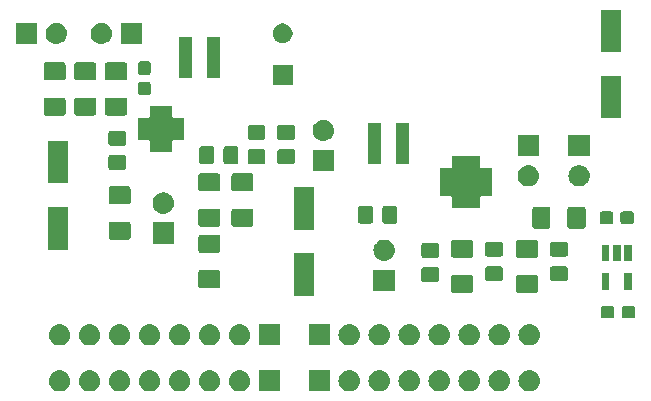
<source format=gts>
G04 #@! TF.GenerationSoftware,KiCad,Pcbnew,(5.0.1)-3*
G04 #@! TF.CreationDate,2020-03-31T21:31:38+02:00*
G04 #@! TF.ProjectId,schema_pcb,736368656D615F7063622E6B69636164,rev?*
G04 #@! TF.SameCoordinates,Original*
G04 #@! TF.FileFunction,Soldermask,Top*
G04 #@! TF.FilePolarity,Negative*
%FSLAX46Y46*%
G04 Gerber Fmt 4.6, Leading zero omitted, Abs format (unit mm)*
G04 Created by KiCad (PCBNEW (5.0.1)-3) date 31/03/2020 21:31:38*
%MOMM*%
%LPD*%
G01*
G04 APERTURE LIST*
%ADD10C,0.152400*%
%ADD11C,0.020000*%
G04 APERTURE END LIST*
D10*
G04 #@! TO.C,*
X158161500Y-98611500D02*
X160338500Y-98611500D01*
X160338500Y-98611500D02*
X160338500Y-99106300D01*
X160338500Y-99106300D02*
X158161500Y-99106300D01*
X158161500Y-99106300D02*
X158161500Y-98611500D01*
X158161500Y-99506300D02*
X160338500Y-99506300D01*
X160338500Y-99506300D02*
X160338500Y-99893700D01*
X160338500Y-99893700D02*
X158161500Y-99893700D01*
X158161500Y-99893700D02*
X158161500Y-99506300D01*
X158161500Y-100293700D02*
X160338500Y-100293700D01*
X160338500Y-100293700D02*
X160338500Y-100788500D01*
X160338500Y-100788500D02*
X158161500Y-100788500D01*
X158161500Y-100788500D02*
X158161500Y-100293700D01*
X158161500Y-98611500D02*
X158656300Y-98611500D01*
X158656300Y-98611500D02*
X158656300Y-100788500D01*
X158656300Y-100788500D02*
X158161500Y-100788500D01*
X158161500Y-100788500D02*
X158161500Y-98611500D01*
X159443700Y-98611500D02*
X159056300Y-98611500D01*
X159056300Y-98611500D02*
X159056300Y-100788500D01*
X159056300Y-100788500D02*
X159443700Y-100788500D01*
X159443700Y-100788500D02*
X159443700Y-98611500D01*
X159843700Y-98611500D02*
X160338500Y-98611500D01*
X160338500Y-98611500D02*
X160338500Y-100788500D01*
X160338500Y-100788500D02*
X159843700Y-100788500D01*
X159843700Y-100788500D02*
X159843700Y-98611500D01*
D11*
G36*
X127470443Y-115605519D02*
X127536627Y-115612037D01*
X127649853Y-115646384D01*
X127706467Y-115663557D01*
X127845087Y-115737652D01*
X127862991Y-115747222D01*
X127898729Y-115776552D01*
X128000186Y-115859814D01*
X128083448Y-115961271D01*
X128112778Y-115997009D01*
X128112779Y-115997011D01*
X128196443Y-116153533D01*
X128196443Y-116153534D01*
X128247963Y-116323373D01*
X128265359Y-116500000D01*
X128247963Y-116676627D01*
X128213616Y-116789853D01*
X128196443Y-116846467D01*
X128122348Y-116985087D01*
X128112778Y-117002991D01*
X128083448Y-117038729D01*
X128000186Y-117140186D01*
X127898729Y-117223448D01*
X127862991Y-117252778D01*
X127862989Y-117252779D01*
X127706467Y-117336443D01*
X127649853Y-117353616D01*
X127536627Y-117387963D01*
X127470442Y-117394482D01*
X127404260Y-117401000D01*
X127315740Y-117401000D01*
X127249558Y-117394482D01*
X127183373Y-117387963D01*
X127070147Y-117353616D01*
X127013533Y-117336443D01*
X126857011Y-117252779D01*
X126857009Y-117252778D01*
X126821271Y-117223448D01*
X126719814Y-117140186D01*
X126636552Y-117038729D01*
X126607222Y-117002991D01*
X126597652Y-116985087D01*
X126523557Y-116846467D01*
X126506384Y-116789853D01*
X126472037Y-116676627D01*
X126454641Y-116500000D01*
X126472037Y-116323373D01*
X126523557Y-116153534D01*
X126523557Y-116153533D01*
X126607221Y-115997011D01*
X126607222Y-115997009D01*
X126636552Y-115961271D01*
X126719814Y-115859814D01*
X126821271Y-115776552D01*
X126857009Y-115747222D01*
X126874913Y-115737652D01*
X127013533Y-115663557D01*
X127070147Y-115646384D01*
X127183373Y-115612037D01*
X127249557Y-115605519D01*
X127315740Y-115599000D01*
X127404260Y-115599000D01*
X127470443Y-115605519D01*
X127470443Y-115605519D01*
G37*
G36*
X164690443Y-115605519D02*
X164756627Y-115612037D01*
X164869853Y-115646384D01*
X164926467Y-115663557D01*
X165065087Y-115737652D01*
X165082991Y-115747222D01*
X165118729Y-115776552D01*
X165220186Y-115859814D01*
X165303448Y-115961271D01*
X165332778Y-115997009D01*
X165332779Y-115997011D01*
X165416443Y-116153533D01*
X165416443Y-116153534D01*
X165467963Y-116323373D01*
X165485359Y-116500000D01*
X165467963Y-116676627D01*
X165433616Y-116789853D01*
X165416443Y-116846467D01*
X165342348Y-116985087D01*
X165332778Y-117002991D01*
X165303448Y-117038729D01*
X165220186Y-117140186D01*
X165118729Y-117223448D01*
X165082991Y-117252778D01*
X165082989Y-117252779D01*
X164926467Y-117336443D01*
X164869853Y-117353616D01*
X164756627Y-117387963D01*
X164690442Y-117394482D01*
X164624260Y-117401000D01*
X164535740Y-117401000D01*
X164469558Y-117394482D01*
X164403373Y-117387963D01*
X164290147Y-117353616D01*
X164233533Y-117336443D01*
X164077011Y-117252779D01*
X164077009Y-117252778D01*
X164041271Y-117223448D01*
X163939814Y-117140186D01*
X163856552Y-117038729D01*
X163827222Y-117002991D01*
X163817652Y-116985087D01*
X163743557Y-116846467D01*
X163726384Y-116789853D01*
X163692037Y-116676627D01*
X163674641Y-116500000D01*
X163692037Y-116323373D01*
X163743557Y-116153534D01*
X163743557Y-116153533D01*
X163827221Y-115997011D01*
X163827222Y-115997009D01*
X163856552Y-115961271D01*
X163939814Y-115859814D01*
X164041271Y-115776552D01*
X164077009Y-115747222D01*
X164094913Y-115737652D01*
X164233533Y-115663557D01*
X164290147Y-115646384D01*
X164403373Y-115612037D01*
X164469557Y-115605519D01*
X164535740Y-115599000D01*
X164624260Y-115599000D01*
X164690443Y-115605519D01*
X164690443Y-115605519D01*
G37*
G36*
X147701000Y-117401000D02*
X145899000Y-117401000D01*
X145899000Y-115599000D01*
X147701000Y-115599000D01*
X147701000Y-117401000D01*
X147701000Y-117401000D01*
G37*
G36*
X149450443Y-115605519D02*
X149516627Y-115612037D01*
X149629853Y-115646384D01*
X149686467Y-115663557D01*
X149825087Y-115737652D01*
X149842991Y-115747222D01*
X149878729Y-115776552D01*
X149980186Y-115859814D01*
X150063448Y-115961271D01*
X150092778Y-115997009D01*
X150092779Y-115997011D01*
X150176443Y-116153533D01*
X150176443Y-116153534D01*
X150227963Y-116323373D01*
X150245359Y-116500000D01*
X150227963Y-116676627D01*
X150193616Y-116789853D01*
X150176443Y-116846467D01*
X150102348Y-116985087D01*
X150092778Y-117002991D01*
X150063448Y-117038729D01*
X149980186Y-117140186D01*
X149878729Y-117223448D01*
X149842991Y-117252778D01*
X149842989Y-117252779D01*
X149686467Y-117336443D01*
X149629853Y-117353616D01*
X149516627Y-117387963D01*
X149450442Y-117394482D01*
X149384260Y-117401000D01*
X149295740Y-117401000D01*
X149229558Y-117394482D01*
X149163373Y-117387963D01*
X149050147Y-117353616D01*
X148993533Y-117336443D01*
X148837011Y-117252779D01*
X148837009Y-117252778D01*
X148801271Y-117223448D01*
X148699814Y-117140186D01*
X148616552Y-117038729D01*
X148587222Y-117002991D01*
X148577652Y-116985087D01*
X148503557Y-116846467D01*
X148486384Y-116789853D01*
X148452037Y-116676627D01*
X148434641Y-116500000D01*
X148452037Y-116323373D01*
X148503557Y-116153534D01*
X148503557Y-116153533D01*
X148587221Y-115997011D01*
X148587222Y-115997009D01*
X148616552Y-115961271D01*
X148699814Y-115859814D01*
X148801271Y-115776552D01*
X148837009Y-115747222D01*
X148854913Y-115737652D01*
X148993533Y-115663557D01*
X149050147Y-115646384D01*
X149163373Y-115612037D01*
X149229557Y-115605519D01*
X149295740Y-115599000D01*
X149384260Y-115599000D01*
X149450443Y-115605519D01*
X149450443Y-115605519D01*
G37*
G36*
X151990443Y-115605519D02*
X152056627Y-115612037D01*
X152169853Y-115646384D01*
X152226467Y-115663557D01*
X152365087Y-115737652D01*
X152382991Y-115747222D01*
X152418729Y-115776552D01*
X152520186Y-115859814D01*
X152603448Y-115961271D01*
X152632778Y-115997009D01*
X152632779Y-115997011D01*
X152716443Y-116153533D01*
X152716443Y-116153534D01*
X152767963Y-116323373D01*
X152785359Y-116500000D01*
X152767963Y-116676627D01*
X152733616Y-116789853D01*
X152716443Y-116846467D01*
X152642348Y-116985087D01*
X152632778Y-117002991D01*
X152603448Y-117038729D01*
X152520186Y-117140186D01*
X152418729Y-117223448D01*
X152382991Y-117252778D01*
X152382989Y-117252779D01*
X152226467Y-117336443D01*
X152169853Y-117353616D01*
X152056627Y-117387963D01*
X151990442Y-117394482D01*
X151924260Y-117401000D01*
X151835740Y-117401000D01*
X151769558Y-117394482D01*
X151703373Y-117387963D01*
X151590147Y-117353616D01*
X151533533Y-117336443D01*
X151377011Y-117252779D01*
X151377009Y-117252778D01*
X151341271Y-117223448D01*
X151239814Y-117140186D01*
X151156552Y-117038729D01*
X151127222Y-117002991D01*
X151117652Y-116985087D01*
X151043557Y-116846467D01*
X151026384Y-116789853D01*
X150992037Y-116676627D01*
X150974641Y-116500000D01*
X150992037Y-116323373D01*
X151043557Y-116153534D01*
X151043557Y-116153533D01*
X151127221Y-115997011D01*
X151127222Y-115997009D01*
X151156552Y-115961271D01*
X151239814Y-115859814D01*
X151341271Y-115776552D01*
X151377009Y-115747222D01*
X151394913Y-115737652D01*
X151533533Y-115663557D01*
X151590147Y-115646384D01*
X151703373Y-115612037D01*
X151769557Y-115605519D01*
X151835740Y-115599000D01*
X151924260Y-115599000D01*
X151990443Y-115605519D01*
X151990443Y-115605519D01*
G37*
G36*
X154530443Y-115605519D02*
X154596627Y-115612037D01*
X154709853Y-115646384D01*
X154766467Y-115663557D01*
X154905087Y-115737652D01*
X154922991Y-115747222D01*
X154958729Y-115776552D01*
X155060186Y-115859814D01*
X155143448Y-115961271D01*
X155172778Y-115997009D01*
X155172779Y-115997011D01*
X155256443Y-116153533D01*
X155256443Y-116153534D01*
X155307963Y-116323373D01*
X155325359Y-116500000D01*
X155307963Y-116676627D01*
X155273616Y-116789853D01*
X155256443Y-116846467D01*
X155182348Y-116985087D01*
X155172778Y-117002991D01*
X155143448Y-117038729D01*
X155060186Y-117140186D01*
X154958729Y-117223448D01*
X154922991Y-117252778D01*
X154922989Y-117252779D01*
X154766467Y-117336443D01*
X154709853Y-117353616D01*
X154596627Y-117387963D01*
X154530442Y-117394482D01*
X154464260Y-117401000D01*
X154375740Y-117401000D01*
X154309558Y-117394482D01*
X154243373Y-117387963D01*
X154130147Y-117353616D01*
X154073533Y-117336443D01*
X153917011Y-117252779D01*
X153917009Y-117252778D01*
X153881271Y-117223448D01*
X153779814Y-117140186D01*
X153696552Y-117038729D01*
X153667222Y-117002991D01*
X153657652Y-116985087D01*
X153583557Y-116846467D01*
X153566384Y-116789853D01*
X153532037Y-116676627D01*
X153514641Y-116500000D01*
X153532037Y-116323373D01*
X153583557Y-116153534D01*
X153583557Y-116153533D01*
X153667221Y-115997011D01*
X153667222Y-115997009D01*
X153696552Y-115961271D01*
X153779814Y-115859814D01*
X153881271Y-115776552D01*
X153917009Y-115747222D01*
X153934913Y-115737652D01*
X154073533Y-115663557D01*
X154130147Y-115646384D01*
X154243373Y-115612037D01*
X154309557Y-115605519D01*
X154375740Y-115599000D01*
X154464260Y-115599000D01*
X154530443Y-115605519D01*
X154530443Y-115605519D01*
G37*
G36*
X157070443Y-115605519D02*
X157136627Y-115612037D01*
X157249853Y-115646384D01*
X157306467Y-115663557D01*
X157445087Y-115737652D01*
X157462991Y-115747222D01*
X157498729Y-115776552D01*
X157600186Y-115859814D01*
X157683448Y-115961271D01*
X157712778Y-115997009D01*
X157712779Y-115997011D01*
X157796443Y-116153533D01*
X157796443Y-116153534D01*
X157847963Y-116323373D01*
X157865359Y-116500000D01*
X157847963Y-116676627D01*
X157813616Y-116789853D01*
X157796443Y-116846467D01*
X157722348Y-116985087D01*
X157712778Y-117002991D01*
X157683448Y-117038729D01*
X157600186Y-117140186D01*
X157498729Y-117223448D01*
X157462991Y-117252778D01*
X157462989Y-117252779D01*
X157306467Y-117336443D01*
X157249853Y-117353616D01*
X157136627Y-117387963D01*
X157070442Y-117394482D01*
X157004260Y-117401000D01*
X156915740Y-117401000D01*
X156849558Y-117394482D01*
X156783373Y-117387963D01*
X156670147Y-117353616D01*
X156613533Y-117336443D01*
X156457011Y-117252779D01*
X156457009Y-117252778D01*
X156421271Y-117223448D01*
X156319814Y-117140186D01*
X156236552Y-117038729D01*
X156207222Y-117002991D01*
X156197652Y-116985087D01*
X156123557Y-116846467D01*
X156106384Y-116789853D01*
X156072037Y-116676627D01*
X156054641Y-116500000D01*
X156072037Y-116323373D01*
X156123557Y-116153534D01*
X156123557Y-116153533D01*
X156207221Y-115997011D01*
X156207222Y-115997009D01*
X156236552Y-115961271D01*
X156319814Y-115859814D01*
X156421271Y-115776552D01*
X156457009Y-115747222D01*
X156474913Y-115737652D01*
X156613533Y-115663557D01*
X156670147Y-115646384D01*
X156783373Y-115612037D01*
X156849557Y-115605519D01*
X156915740Y-115599000D01*
X157004260Y-115599000D01*
X157070443Y-115605519D01*
X157070443Y-115605519D01*
G37*
G36*
X159610443Y-115605519D02*
X159676627Y-115612037D01*
X159789853Y-115646384D01*
X159846467Y-115663557D01*
X159985087Y-115737652D01*
X160002991Y-115747222D01*
X160038729Y-115776552D01*
X160140186Y-115859814D01*
X160223448Y-115961271D01*
X160252778Y-115997009D01*
X160252779Y-115997011D01*
X160336443Y-116153533D01*
X160336443Y-116153534D01*
X160387963Y-116323373D01*
X160405359Y-116500000D01*
X160387963Y-116676627D01*
X160353616Y-116789853D01*
X160336443Y-116846467D01*
X160262348Y-116985087D01*
X160252778Y-117002991D01*
X160223448Y-117038729D01*
X160140186Y-117140186D01*
X160038729Y-117223448D01*
X160002991Y-117252778D01*
X160002989Y-117252779D01*
X159846467Y-117336443D01*
X159789853Y-117353616D01*
X159676627Y-117387963D01*
X159610442Y-117394482D01*
X159544260Y-117401000D01*
X159455740Y-117401000D01*
X159389558Y-117394482D01*
X159323373Y-117387963D01*
X159210147Y-117353616D01*
X159153533Y-117336443D01*
X158997011Y-117252779D01*
X158997009Y-117252778D01*
X158961271Y-117223448D01*
X158859814Y-117140186D01*
X158776552Y-117038729D01*
X158747222Y-117002991D01*
X158737652Y-116985087D01*
X158663557Y-116846467D01*
X158646384Y-116789853D01*
X158612037Y-116676627D01*
X158594641Y-116500000D01*
X158612037Y-116323373D01*
X158663557Y-116153534D01*
X158663557Y-116153533D01*
X158747221Y-115997011D01*
X158747222Y-115997009D01*
X158776552Y-115961271D01*
X158859814Y-115859814D01*
X158961271Y-115776552D01*
X158997009Y-115747222D01*
X159014913Y-115737652D01*
X159153533Y-115663557D01*
X159210147Y-115646384D01*
X159323373Y-115612037D01*
X159389557Y-115605519D01*
X159455740Y-115599000D01*
X159544260Y-115599000D01*
X159610443Y-115605519D01*
X159610443Y-115605519D01*
G37*
G36*
X162150443Y-115605519D02*
X162216627Y-115612037D01*
X162329853Y-115646384D01*
X162386467Y-115663557D01*
X162525087Y-115737652D01*
X162542991Y-115747222D01*
X162578729Y-115776552D01*
X162680186Y-115859814D01*
X162763448Y-115961271D01*
X162792778Y-115997009D01*
X162792779Y-115997011D01*
X162876443Y-116153533D01*
X162876443Y-116153534D01*
X162927963Y-116323373D01*
X162945359Y-116500000D01*
X162927963Y-116676627D01*
X162893616Y-116789853D01*
X162876443Y-116846467D01*
X162802348Y-116985087D01*
X162792778Y-117002991D01*
X162763448Y-117038729D01*
X162680186Y-117140186D01*
X162578729Y-117223448D01*
X162542991Y-117252778D01*
X162542989Y-117252779D01*
X162386467Y-117336443D01*
X162329853Y-117353616D01*
X162216627Y-117387963D01*
X162150442Y-117394482D01*
X162084260Y-117401000D01*
X161995740Y-117401000D01*
X161929558Y-117394482D01*
X161863373Y-117387963D01*
X161750147Y-117353616D01*
X161693533Y-117336443D01*
X161537011Y-117252779D01*
X161537009Y-117252778D01*
X161501271Y-117223448D01*
X161399814Y-117140186D01*
X161316552Y-117038729D01*
X161287222Y-117002991D01*
X161277652Y-116985087D01*
X161203557Y-116846467D01*
X161186384Y-116789853D01*
X161152037Y-116676627D01*
X161134641Y-116500000D01*
X161152037Y-116323373D01*
X161203557Y-116153534D01*
X161203557Y-116153533D01*
X161287221Y-115997011D01*
X161287222Y-115997009D01*
X161316552Y-115961271D01*
X161399814Y-115859814D01*
X161501271Y-115776552D01*
X161537009Y-115747222D01*
X161554913Y-115737652D01*
X161693533Y-115663557D01*
X161750147Y-115646384D01*
X161863373Y-115612037D01*
X161929557Y-115605519D01*
X161995740Y-115599000D01*
X162084260Y-115599000D01*
X162150443Y-115605519D01*
X162150443Y-115605519D01*
G37*
G36*
X143501000Y-117401000D02*
X141699000Y-117401000D01*
X141699000Y-115599000D01*
X143501000Y-115599000D01*
X143501000Y-117401000D01*
X143501000Y-117401000D01*
G37*
G36*
X140170443Y-115605519D02*
X140236627Y-115612037D01*
X140349853Y-115646384D01*
X140406467Y-115663557D01*
X140545087Y-115737652D01*
X140562991Y-115747222D01*
X140598729Y-115776552D01*
X140700186Y-115859814D01*
X140783448Y-115961271D01*
X140812778Y-115997009D01*
X140812779Y-115997011D01*
X140896443Y-116153533D01*
X140896443Y-116153534D01*
X140947963Y-116323373D01*
X140965359Y-116500000D01*
X140947963Y-116676627D01*
X140913616Y-116789853D01*
X140896443Y-116846467D01*
X140822348Y-116985087D01*
X140812778Y-117002991D01*
X140783448Y-117038729D01*
X140700186Y-117140186D01*
X140598729Y-117223448D01*
X140562991Y-117252778D01*
X140562989Y-117252779D01*
X140406467Y-117336443D01*
X140349853Y-117353616D01*
X140236627Y-117387963D01*
X140170442Y-117394482D01*
X140104260Y-117401000D01*
X140015740Y-117401000D01*
X139949558Y-117394482D01*
X139883373Y-117387963D01*
X139770147Y-117353616D01*
X139713533Y-117336443D01*
X139557011Y-117252779D01*
X139557009Y-117252778D01*
X139521271Y-117223448D01*
X139419814Y-117140186D01*
X139336552Y-117038729D01*
X139307222Y-117002991D01*
X139297652Y-116985087D01*
X139223557Y-116846467D01*
X139206384Y-116789853D01*
X139172037Y-116676627D01*
X139154641Y-116500000D01*
X139172037Y-116323373D01*
X139223557Y-116153534D01*
X139223557Y-116153533D01*
X139307221Y-115997011D01*
X139307222Y-115997009D01*
X139336552Y-115961271D01*
X139419814Y-115859814D01*
X139521271Y-115776552D01*
X139557009Y-115747222D01*
X139574913Y-115737652D01*
X139713533Y-115663557D01*
X139770147Y-115646384D01*
X139883373Y-115612037D01*
X139949557Y-115605519D01*
X140015740Y-115599000D01*
X140104260Y-115599000D01*
X140170443Y-115605519D01*
X140170443Y-115605519D01*
G37*
G36*
X137630443Y-115605519D02*
X137696627Y-115612037D01*
X137809853Y-115646384D01*
X137866467Y-115663557D01*
X138005087Y-115737652D01*
X138022991Y-115747222D01*
X138058729Y-115776552D01*
X138160186Y-115859814D01*
X138243448Y-115961271D01*
X138272778Y-115997009D01*
X138272779Y-115997011D01*
X138356443Y-116153533D01*
X138356443Y-116153534D01*
X138407963Y-116323373D01*
X138425359Y-116500000D01*
X138407963Y-116676627D01*
X138373616Y-116789853D01*
X138356443Y-116846467D01*
X138282348Y-116985087D01*
X138272778Y-117002991D01*
X138243448Y-117038729D01*
X138160186Y-117140186D01*
X138058729Y-117223448D01*
X138022991Y-117252778D01*
X138022989Y-117252779D01*
X137866467Y-117336443D01*
X137809853Y-117353616D01*
X137696627Y-117387963D01*
X137630442Y-117394482D01*
X137564260Y-117401000D01*
X137475740Y-117401000D01*
X137409558Y-117394482D01*
X137343373Y-117387963D01*
X137230147Y-117353616D01*
X137173533Y-117336443D01*
X137017011Y-117252779D01*
X137017009Y-117252778D01*
X136981271Y-117223448D01*
X136879814Y-117140186D01*
X136796552Y-117038729D01*
X136767222Y-117002991D01*
X136757652Y-116985087D01*
X136683557Y-116846467D01*
X136666384Y-116789853D01*
X136632037Y-116676627D01*
X136614641Y-116500000D01*
X136632037Y-116323373D01*
X136683557Y-116153534D01*
X136683557Y-116153533D01*
X136767221Y-115997011D01*
X136767222Y-115997009D01*
X136796552Y-115961271D01*
X136879814Y-115859814D01*
X136981271Y-115776552D01*
X137017009Y-115747222D01*
X137034913Y-115737652D01*
X137173533Y-115663557D01*
X137230147Y-115646384D01*
X137343373Y-115612037D01*
X137409557Y-115605519D01*
X137475740Y-115599000D01*
X137564260Y-115599000D01*
X137630443Y-115605519D01*
X137630443Y-115605519D01*
G37*
G36*
X135090443Y-115605519D02*
X135156627Y-115612037D01*
X135269853Y-115646384D01*
X135326467Y-115663557D01*
X135465087Y-115737652D01*
X135482991Y-115747222D01*
X135518729Y-115776552D01*
X135620186Y-115859814D01*
X135703448Y-115961271D01*
X135732778Y-115997009D01*
X135732779Y-115997011D01*
X135816443Y-116153533D01*
X135816443Y-116153534D01*
X135867963Y-116323373D01*
X135885359Y-116500000D01*
X135867963Y-116676627D01*
X135833616Y-116789853D01*
X135816443Y-116846467D01*
X135742348Y-116985087D01*
X135732778Y-117002991D01*
X135703448Y-117038729D01*
X135620186Y-117140186D01*
X135518729Y-117223448D01*
X135482991Y-117252778D01*
X135482989Y-117252779D01*
X135326467Y-117336443D01*
X135269853Y-117353616D01*
X135156627Y-117387963D01*
X135090442Y-117394482D01*
X135024260Y-117401000D01*
X134935740Y-117401000D01*
X134869558Y-117394482D01*
X134803373Y-117387963D01*
X134690147Y-117353616D01*
X134633533Y-117336443D01*
X134477011Y-117252779D01*
X134477009Y-117252778D01*
X134441271Y-117223448D01*
X134339814Y-117140186D01*
X134256552Y-117038729D01*
X134227222Y-117002991D01*
X134217652Y-116985087D01*
X134143557Y-116846467D01*
X134126384Y-116789853D01*
X134092037Y-116676627D01*
X134074641Y-116500000D01*
X134092037Y-116323373D01*
X134143557Y-116153534D01*
X134143557Y-116153533D01*
X134227221Y-115997011D01*
X134227222Y-115997009D01*
X134256552Y-115961271D01*
X134339814Y-115859814D01*
X134441271Y-115776552D01*
X134477009Y-115747222D01*
X134494913Y-115737652D01*
X134633533Y-115663557D01*
X134690147Y-115646384D01*
X134803373Y-115612037D01*
X134869557Y-115605519D01*
X134935740Y-115599000D01*
X135024260Y-115599000D01*
X135090443Y-115605519D01*
X135090443Y-115605519D01*
G37*
G36*
X132550443Y-115605519D02*
X132616627Y-115612037D01*
X132729853Y-115646384D01*
X132786467Y-115663557D01*
X132925087Y-115737652D01*
X132942991Y-115747222D01*
X132978729Y-115776552D01*
X133080186Y-115859814D01*
X133163448Y-115961271D01*
X133192778Y-115997009D01*
X133192779Y-115997011D01*
X133276443Y-116153533D01*
X133276443Y-116153534D01*
X133327963Y-116323373D01*
X133345359Y-116500000D01*
X133327963Y-116676627D01*
X133293616Y-116789853D01*
X133276443Y-116846467D01*
X133202348Y-116985087D01*
X133192778Y-117002991D01*
X133163448Y-117038729D01*
X133080186Y-117140186D01*
X132978729Y-117223448D01*
X132942991Y-117252778D01*
X132942989Y-117252779D01*
X132786467Y-117336443D01*
X132729853Y-117353616D01*
X132616627Y-117387963D01*
X132550442Y-117394482D01*
X132484260Y-117401000D01*
X132395740Y-117401000D01*
X132329558Y-117394482D01*
X132263373Y-117387963D01*
X132150147Y-117353616D01*
X132093533Y-117336443D01*
X131937011Y-117252779D01*
X131937009Y-117252778D01*
X131901271Y-117223448D01*
X131799814Y-117140186D01*
X131716552Y-117038729D01*
X131687222Y-117002991D01*
X131677652Y-116985087D01*
X131603557Y-116846467D01*
X131586384Y-116789853D01*
X131552037Y-116676627D01*
X131534641Y-116500000D01*
X131552037Y-116323373D01*
X131603557Y-116153534D01*
X131603557Y-116153533D01*
X131687221Y-115997011D01*
X131687222Y-115997009D01*
X131716552Y-115961271D01*
X131799814Y-115859814D01*
X131901271Y-115776552D01*
X131937009Y-115747222D01*
X131954913Y-115737652D01*
X132093533Y-115663557D01*
X132150147Y-115646384D01*
X132263373Y-115612037D01*
X132329557Y-115605519D01*
X132395740Y-115599000D01*
X132484260Y-115599000D01*
X132550443Y-115605519D01*
X132550443Y-115605519D01*
G37*
G36*
X130010443Y-115605519D02*
X130076627Y-115612037D01*
X130189853Y-115646384D01*
X130246467Y-115663557D01*
X130385087Y-115737652D01*
X130402991Y-115747222D01*
X130438729Y-115776552D01*
X130540186Y-115859814D01*
X130623448Y-115961271D01*
X130652778Y-115997009D01*
X130652779Y-115997011D01*
X130736443Y-116153533D01*
X130736443Y-116153534D01*
X130787963Y-116323373D01*
X130805359Y-116500000D01*
X130787963Y-116676627D01*
X130753616Y-116789853D01*
X130736443Y-116846467D01*
X130662348Y-116985087D01*
X130652778Y-117002991D01*
X130623448Y-117038729D01*
X130540186Y-117140186D01*
X130438729Y-117223448D01*
X130402991Y-117252778D01*
X130402989Y-117252779D01*
X130246467Y-117336443D01*
X130189853Y-117353616D01*
X130076627Y-117387963D01*
X130010442Y-117394482D01*
X129944260Y-117401000D01*
X129855740Y-117401000D01*
X129789558Y-117394482D01*
X129723373Y-117387963D01*
X129610147Y-117353616D01*
X129553533Y-117336443D01*
X129397011Y-117252779D01*
X129397009Y-117252778D01*
X129361271Y-117223448D01*
X129259814Y-117140186D01*
X129176552Y-117038729D01*
X129147222Y-117002991D01*
X129137652Y-116985087D01*
X129063557Y-116846467D01*
X129046384Y-116789853D01*
X129012037Y-116676627D01*
X128994641Y-116500000D01*
X129012037Y-116323373D01*
X129063557Y-116153534D01*
X129063557Y-116153533D01*
X129147221Y-115997011D01*
X129147222Y-115997009D01*
X129176552Y-115961271D01*
X129259814Y-115859814D01*
X129361271Y-115776552D01*
X129397009Y-115747222D01*
X129414913Y-115737652D01*
X129553533Y-115663557D01*
X129610147Y-115646384D01*
X129723373Y-115612037D01*
X129789557Y-115605519D01*
X129855740Y-115599000D01*
X129944260Y-115599000D01*
X130010443Y-115605519D01*
X130010443Y-115605519D01*
G37*
G36*
X124930443Y-115605519D02*
X124996627Y-115612037D01*
X125109853Y-115646384D01*
X125166467Y-115663557D01*
X125305087Y-115737652D01*
X125322991Y-115747222D01*
X125358729Y-115776552D01*
X125460186Y-115859814D01*
X125543448Y-115961271D01*
X125572778Y-115997009D01*
X125572779Y-115997011D01*
X125656443Y-116153533D01*
X125656443Y-116153534D01*
X125707963Y-116323373D01*
X125725359Y-116500000D01*
X125707963Y-116676627D01*
X125673616Y-116789853D01*
X125656443Y-116846467D01*
X125582348Y-116985087D01*
X125572778Y-117002991D01*
X125543448Y-117038729D01*
X125460186Y-117140186D01*
X125358729Y-117223448D01*
X125322991Y-117252778D01*
X125322989Y-117252779D01*
X125166467Y-117336443D01*
X125109853Y-117353616D01*
X124996627Y-117387963D01*
X124930442Y-117394482D01*
X124864260Y-117401000D01*
X124775740Y-117401000D01*
X124709558Y-117394482D01*
X124643373Y-117387963D01*
X124530147Y-117353616D01*
X124473533Y-117336443D01*
X124317011Y-117252779D01*
X124317009Y-117252778D01*
X124281271Y-117223448D01*
X124179814Y-117140186D01*
X124096552Y-117038729D01*
X124067222Y-117002991D01*
X124057652Y-116985087D01*
X123983557Y-116846467D01*
X123966384Y-116789853D01*
X123932037Y-116676627D01*
X123914641Y-116500000D01*
X123932037Y-116323373D01*
X123983557Y-116153534D01*
X123983557Y-116153533D01*
X124067221Y-115997011D01*
X124067222Y-115997009D01*
X124096552Y-115961271D01*
X124179814Y-115859814D01*
X124281271Y-115776552D01*
X124317009Y-115747222D01*
X124334913Y-115737652D01*
X124473533Y-115663557D01*
X124530147Y-115646384D01*
X124643373Y-115612037D01*
X124709557Y-115605519D01*
X124775740Y-115599000D01*
X124864260Y-115599000D01*
X124930443Y-115605519D01*
X124930443Y-115605519D01*
G37*
G36*
X137630442Y-111705518D02*
X137696627Y-111712037D01*
X137809853Y-111746384D01*
X137866467Y-111763557D01*
X138005087Y-111837652D01*
X138022991Y-111847222D01*
X138058729Y-111876552D01*
X138160186Y-111959814D01*
X138243448Y-112061271D01*
X138272778Y-112097009D01*
X138272779Y-112097011D01*
X138356443Y-112253533D01*
X138356443Y-112253534D01*
X138407963Y-112423373D01*
X138425359Y-112600000D01*
X138407963Y-112776627D01*
X138373616Y-112889853D01*
X138356443Y-112946467D01*
X138282348Y-113085087D01*
X138272778Y-113102991D01*
X138243448Y-113138729D01*
X138160186Y-113240186D01*
X138058729Y-113323448D01*
X138022991Y-113352778D01*
X138022989Y-113352779D01*
X137866467Y-113436443D01*
X137809853Y-113453616D01*
X137696627Y-113487963D01*
X137630442Y-113494482D01*
X137564260Y-113501000D01*
X137475740Y-113501000D01*
X137409558Y-113494482D01*
X137343373Y-113487963D01*
X137230147Y-113453616D01*
X137173533Y-113436443D01*
X137017011Y-113352779D01*
X137017009Y-113352778D01*
X136981271Y-113323448D01*
X136879814Y-113240186D01*
X136796552Y-113138729D01*
X136767222Y-113102991D01*
X136757652Y-113085087D01*
X136683557Y-112946467D01*
X136666384Y-112889853D01*
X136632037Y-112776627D01*
X136614641Y-112600000D01*
X136632037Y-112423373D01*
X136683557Y-112253534D01*
X136683557Y-112253533D01*
X136767221Y-112097011D01*
X136767222Y-112097009D01*
X136796552Y-112061271D01*
X136879814Y-111959814D01*
X136981271Y-111876552D01*
X137017009Y-111847222D01*
X137034913Y-111837652D01*
X137173533Y-111763557D01*
X137230147Y-111746384D01*
X137343373Y-111712037D01*
X137409558Y-111705518D01*
X137475740Y-111699000D01*
X137564260Y-111699000D01*
X137630442Y-111705518D01*
X137630442Y-111705518D01*
G37*
G36*
X135090442Y-111705518D02*
X135156627Y-111712037D01*
X135269853Y-111746384D01*
X135326467Y-111763557D01*
X135465087Y-111837652D01*
X135482991Y-111847222D01*
X135518729Y-111876552D01*
X135620186Y-111959814D01*
X135703448Y-112061271D01*
X135732778Y-112097009D01*
X135732779Y-112097011D01*
X135816443Y-112253533D01*
X135816443Y-112253534D01*
X135867963Y-112423373D01*
X135885359Y-112600000D01*
X135867963Y-112776627D01*
X135833616Y-112889853D01*
X135816443Y-112946467D01*
X135742348Y-113085087D01*
X135732778Y-113102991D01*
X135703448Y-113138729D01*
X135620186Y-113240186D01*
X135518729Y-113323448D01*
X135482991Y-113352778D01*
X135482989Y-113352779D01*
X135326467Y-113436443D01*
X135269853Y-113453616D01*
X135156627Y-113487963D01*
X135090442Y-113494482D01*
X135024260Y-113501000D01*
X134935740Y-113501000D01*
X134869558Y-113494482D01*
X134803373Y-113487963D01*
X134690147Y-113453616D01*
X134633533Y-113436443D01*
X134477011Y-113352779D01*
X134477009Y-113352778D01*
X134441271Y-113323448D01*
X134339814Y-113240186D01*
X134256552Y-113138729D01*
X134227222Y-113102991D01*
X134217652Y-113085087D01*
X134143557Y-112946467D01*
X134126384Y-112889853D01*
X134092037Y-112776627D01*
X134074641Y-112600000D01*
X134092037Y-112423373D01*
X134143557Y-112253534D01*
X134143557Y-112253533D01*
X134227221Y-112097011D01*
X134227222Y-112097009D01*
X134256552Y-112061271D01*
X134339814Y-111959814D01*
X134441271Y-111876552D01*
X134477009Y-111847222D01*
X134494913Y-111837652D01*
X134633533Y-111763557D01*
X134690147Y-111746384D01*
X134803373Y-111712037D01*
X134869558Y-111705518D01*
X134935740Y-111699000D01*
X135024260Y-111699000D01*
X135090442Y-111705518D01*
X135090442Y-111705518D01*
G37*
G36*
X132550442Y-111705518D02*
X132616627Y-111712037D01*
X132729853Y-111746384D01*
X132786467Y-111763557D01*
X132925087Y-111837652D01*
X132942991Y-111847222D01*
X132978729Y-111876552D01*
X133080186Y-111959814D01*
X133163448Y-112061271D01*
X133192778Y-112097009D01*
X133192779Y-112097011D01*
X133276443Y-112253533D01*
X133276443Y-112253534D01*
X133327963Y-112423373D01*
X133345359Y-112600000D01*
X133327963Y-112776627D01*
X133293616Y-112889853D01*
X133276443Y-112946467D01*
X133202348Y-113085087D01*
X133192778Y-113102991D01*
X133163448Y-113138729D01*
X133080186Y-113240186D01*
X132978729Y-113323448D01*
X132942991Y-113352778D01*
X132942989Y-113352779D01*
X132786467Y-113436443D01*
X132729853Y-113453616D01*
X132616627Y-113487963D01*
X132550442Y-113494482D01*
X132484260Y-113501000D01*
X132395740Y-113501000D01*
X132329558Y-113494482D01*
X132263373Y-113487963D01*
X132150147Y-113453616D01*
X132093533Y-113436443D01*
X131937011Y-113352779D01*
X131937009Y-113352778D01*
X131901271Y-113323448D01*
X131799814Y-113240186D01*
X131716552Y-113138729D01*
X131687222Y-113102991D01*
X131677652Y-113085087D01*
X131603557Y-112946467D01*
X131586384Y-112889853D01*
X131552037Y-112776627D01*
X131534641Y-112600000D01*
X131552037Y-112423373D01*
X131603557Y-112253534D01*
X131603557Y-112253533D01*
X131687221Y-112097011D01*
X131687222Y-112097009D01*
X131716552Y-112061271D01*
X131799814Y-111959814D01*
X131901271Y-111876552D01*
X131937009Y-111847222D01*
X131954913Y-111837652D01*
X132093533Y-111763557D01*
X132150147Y-111746384D01*
X132263373Y-111712037D01*
X132329558Y-111705518D01*
X132395740Y-111699000D01*
X132484260Y-111699000D01*
X132550442Y-111705518D01*
X132550442Y-111705518D01*
G37*
G36*
X130010442Y-111705518D02*
X130076627Y-111712037D01*
X130189853Y-111746384D01*
X130246467Y-111763557D01*
X130385087Y-111837652D01*
X130402991Y-111847222D01*
X130438729Y-111876552D01*
X130540186Y-111959814D01*
X130623448Y-112061271D01*
X130652778Y-112097009D01*
X130652779Y-112097011D01*
X130736443Y-112253533D01*
X130736443Y-112253534D01*
X130787963Y-112423373D01*
X130805359Y-112600000D01*
X130787963Y-112776627D01*
X130753616Y-112889853D01*
X130736443Y-112946467D01*
X130662348Y-113085087D01*
X130652778Y-113102991D01*
X130623448Y-113138729D01*
X130540186Y-113240186D01*
X130438729Y-113323448D01*
X130402991Y-113352778D01*
X130402989Y-113352779D01*
X130246467Y-113436443D01*
X130189853Y-113453616D01*
X130076627Y-113487963D01*
X130010442Y-113494482D01*
X129944260Y-113501000D01*
X129855740Y-113501000D01*
X129789558Y-113494482D01*
X129723373Y-113487963D01*
X129610147Y-113453616D01*
X129553533Y-113436443D01*
X129397011Y-113352779D01*
X129397009Y-113352778D01*
X129361271Y-113323448D01*
X129259814Y-113240186D01*
X129176552Y-113138729D01*
X129147222Y-113102991D01*
X129137652Y-113085087D01*
X129063557Y-112946467D01*
X129046384Y-112889853D01*
X129012037Y-112776627D01*
X128994641Y-112600000D01*
X129012037Y-112423373D01*
X129063557Y-112253534D01*
X129063557Y-112253533D01*
X129147221Y-112097011D01*
X129147222Y-112097009D01*
X129176552Y-112061271D01*
X129259814Y-111959814D01*
X129361271Y-111876552D01*
X129397009Y-111847222D01*
X129414913Y-111837652D01*
X129553533Y-111763557D01*
X129610147Y-111746384D01*
X129723373Y-111712037D01*
X129789558Y-111705518D01*
X129855740Y-111699000D01*
X129944260Y-111699000D01*
X130010442Y-111705518D01*
X130010442Y-111705518D01*
G37*
G36*
X127470442Y-111705518D02*
X127536627Y-111712037D01*
X127649853Y-111746384D01*
X127706467Y-111763557D01*
X127845087Y-111837652D01*
X127862991Y-111847222D01*
X127898729Y-111876552D01*
X128000186Y-111959814D01*
X128083448Y-112061271D01*
X128112778Y-112097009D01*
X128112779Y-112097011D01*
X128196443Y-112253533D01*
X128196443Y-112253534D01*
X128247963Y-112423373D01*
X128265359Y-112600000D01*
X128247963Y-112776627D01*
X128213616Y-112889853D01*
X128196443Y-112946467D01*
X128122348Y-113085087D01*
X128112778Y-113102991D01*
X128083448Y-113138729D01*
X128000186Y-113240186D01*
X127898729Y-113323448D01*
X127862991Y-113352778D01*
X127862989Y-113352779D01*
X127706467Y-113436443D01*
X127649853Y-113453616D01*
X127536627Y-113487963D01*
X127470442Y-113494482D01*
X127404260Y-113501000D01*
X127315740Y-113501000D01*
X127249558Y-113494482D01*
X127183373Y-113487963D01*
X127070147Y-113453616D01*
X127013533Y-113436443D01*
X126857011Y-113352779D01*
X126857009Y-113352778D01*
X126821271Y-113323448D01*
X126719814Y-113240186D01*
X126636552Y-113138729D01*
X126607222Y-113102991D01*
X126597652Y-113085087D01*
X126523557Y-112946467D01*
X126506384Y-112889853D01*
X126472037Y-112776627D01*
X126454641Y-112600000D01*
X126472037Y-112423373D01*
X126523557Y-112253534D01*
X126523557Y-112253533D01*
X126607221Y-112097011D01*
X126607222Y-112097009D01*
X126636552Y-112061271D01*
X126719814Y-111959814D01*
X126821271Y-111876552D01*
X126857009Y-111847222D01*
X126874913Y-111837652D01*
X127013533Y-111763557D01*
X127070147Y-111746384D01*
X127183373Y-111712037D01*
X127249558Y-111705518D01*
X127315740Y-111699000D01*
X127404260Y-111699000D01*
X127470442Y-111705518D01*
X127470442Y-111705518D01*
G37*
G36*
X124930442Y-111705518D02*
X124996627Y-111712037D01*
X125109853Y-111746384D01*
X125166467Y-111763557D01*
X125305087Y-111837652D01*
X125322991Y-111847222D01*
X125358729Y-111876552D01*
X125460186Y-111959814D01*
X125543448Y-112061271D01*
X125572778Y-112097009D01*
X125572779Y-112097011D01*
X125656443Y-112253533D01*
X125656443Y-112253534D01*
X125707963Y-112423373D01*
X125725359Y-112600000D01*
X125707963Y-112776627D01*
X125673616Y-112889853D01*
X125656443Y-112946467D01*
X125582348Y-113085087D01*
X125572778Y-113102991D01*
X125543448Y-113138729D01*
X125460186Y-113240186D01*
X125358729Y-113323448D01*
X125322991Y-113352778D01*
X125322989Y-113352779D01*
X125166467Y-113436443D01*
X125109853Y-113453616D01*
X124996627Y-113487963D01*
X124930442Y-113494482D01*
X124864260Y-113501000D01*
X124775740Y-113501000D01*
X124709558Y-113494482D01*
X124643373Y-113487963D01*
X124530147Y-113453616D01*
X124473533Y-113436443D01*
X124317011Y-113352779D01*
X124317009Y-113352778D01*
X124281271Y-113323448D01*
X124179814Y-113240186D01*
X124096552Y-113138729D01*
X124067222Y-113102991D01*
X124057652Y-113085087D01*
X123983557Y-112946467D01*
X123966384Y-112889853D01*
X123932037Y-112776627D01*
X123914641Y-112600000D01*
X123932037Y-112423373D01*
X123983557Y-112253534D01*
X123983557Y-112253533D01*
X124067221Y-112097011D01*
X124067222Y-112097009D01*
X124096552Y-112061271D01*
X124179814Y-111959814D01*
X124281271Y-111876552D01*
X124317009Y-111847222D01*
X124334913Y-111837652D01*
X124473533Y-111763557D01*
X124530147Y-111746384D01*
X124643373Y-111712037D01*
X124709558Y-111705518D01*
X124775740Y-111699000D01*
X124864260Y-111699000D01*
X124930442Y-111705518D01*
X124930442Y-111705518D01*
G37*
G36*
X143501000Y-113501000D02*
X141699000Y-113501000D01*
X141699000Y-111699000D01*
X143501000Y-111699000D01*
X143501000Y-113501000D01*
X143501000Y-113501000D01*
G37*
G36*
X164690442Y-111705518D02*
X164756627Y-111712037D01*
X164869853Y-111746384D01*
X164926467Y-111763557D01*
X165065087Y-111837652D01*
X165082991Y-111847222D01*
X165118729Y-111876552D01*
X165220186Y-111959814D01*
X165303448Y-112061271D01*
X165332778Y-112097009D01*
X165332779Y-112097011D01*
X165416443Y-112253533D01*
X165416443Y-112253534D01*
X165467963Y-112423373D01*
X165485359Y-112600000D01*
X165467963Y-112776627D01*
X165433616Y-112889853D01*
X165416443Y-112946467D01*
X165342348Y-113085087D01*
X165332778Y-113102991D01*
X165303448Y-113138729D01*
X165220186Y-113240186D01*
X165118729Y-113323448D01*
X165082991Y-113352778D01*
X165082989Y-113352779D01*
X164926467Y-113436443D01*
X164869853Y-113453616D01*
X164756627Y-113487963D01*
X164690442Y-113494482D01*
X164624260Y-113501000D01*
X164535740Y-113501000D01*
X164469558Y-113494482D01*
X164403373Y-113487963D01*
X164290147Y-113453616D01*
X164233533Y-113436443D01*
X164077011Y-113352779D01*
X164077009Y-113352778D01*
X164041271Y-113323448D01*
X163939814Y-113240186D01*
X163856552Y-113138729D01*
X163827222Y-113102991D01*
X163817652Y-113085087D01*
X163743557Y-112946467D01*
X163726384Y-112889853D01*
X163692037Y-112776627D01*
X163674641Y-112600000D01*
X163692037Y-112423373D01*
X163743557Y-112253534D01*
X163743557Y-112253533D01*
X163827221Y-112097011D01*
X163827222Y-112097009D01*
X163856552Y-112061271D01*
X163939814Y-111959814D01*
X164041271Y-111876552D01*
X164077009Y-111847222D01*
X164094913Y-111837652D01*
X164233533Y-111763557D01*
X164290147Y-111746384D01*
X164403373Y-111712037D01*
X164469558Y-111705518D01*
X164535740Y-111699000D01*
X164624260Y-111699000D01*
X164690442Y-111705518D01*
X164690442Y-111705518D01*
G37*
G36*
X159610442Y-111705518D02*
X159676627Y-111712037D01*
X159789853Y-111746384D01*
X159846467Y-111763557D01*
X159985087Y-111837652D01*
X160002991Y-111847222D01*
X160038729Y-111876552D01*
X160140186Y-111959814D01*
X160223448Y-112061271D01*
X160252778Y-112097009D01*
X160252779Y-112097011D01*
X160336443Y-112253533D01*
X160336443Y-112253534D01*
X160387963Y-112423373D01*
X160405359Y-112600000D01*
X160387963Y-112776627D01*
X160353616Y-112889853D01*
X160336443Y-112946467D01*
X160262348Y-113085087D01*
X160252778Y-113102991D01*
X160223448Y-113138729D01*
X160140186Y-113240186D01*
X160038729Y-113323448D01*
X160002991Y-113352778D01*
X160002989Y-113352779D01*
X159846467Y-113436443D01*
X159789853Y-113453616D01*
X159676627Y-113487963D01*
X159610442Y-113494482D01*
X159544260Y-113501000D01*
X159455740Y-113501000D01*
X159389558Y-113494482D01*
X159323373Y-113487963D01*
X159210147Y-113453616D01*
X159153533Y-113436443D01*
X158997011Y-113352779D01*
X158997009Y-113352778D01*
X158961271Y-113323448D01*
X158859814Y-113240186D01*
X158776552Y-113138729D01*
X158747222Y-113102991D01*
X158737652Y-113085087D01*
X158663557Y-112946467D01*
X158646384Y-112889853D01*
X158612037Y-112776627D01*
X158594641Y-112600000D01*
X158612037Y-112423373D01*
X158663557Y-112253534D01*
X158663557Y-112253533D01*
X158747221Y-112097011D01*
X158747222Y-112097009D01*
X158776552Y-112061271D01*
X158859814Y-111959814D01*
X158961271Y-111876552D01*
X158997009Y-111847222D01*
X159014913Y-111837652D01*
X159153533Y-111763557D01*
X159210147Y-111746384D01*
X159323373Y-111712037D01*
X159389558Y-111705518D01*
X159455740Y-111699000D01*
X159544260Y-111699000D01*
X159610442Y-111705518D01*
X159610442Y-111705518D01*
G37*
G36*
X157070442Y-111705518D02*
X157136627Y-111712037D01*
X157249853Y-111746384D01*
X157306467Y-111763557D01*
X157445087Y-111837652D01*
X157462991Y-111847222D01*
X157498729Y-111876552D01*
X157600186Y-111959814D01*
X157683448Y-112061271D01*
X157712778Y-112097009D01*
X157712779Y-112097011D01*
X157796443Y-112253533D01*
X157796443Y-112253534D01*
X157847963Y-112423373D01*
X157865359Y-112600000D01*
X157847963Y-112776627D01*
X157813616Y-112889853D01*
X157796443Y-112946467D01*
X157722348Y-113085087D01*
X157712778Y-113102991D01*
X157683448Y-113138729D01*
X157600186Y-113240186D01*
X157498729Y-113323448D01*
X157462991Y-113352778D01*
X157462989Y-113352779D01*
X157306467Y-113436443D01*
X157249853Y-113453616D01*
X157136627Y-113487963D01*
X157070442Y-113494482D01*
X157004260Y-113501000D01*
X156915740Y-113501000D01*
X156849558Y-113494482D01*
X156783373Y-113487963D01*
X156670147Y-113453616D01*
X156613533Y-113436443D01*
X156457011Y-113352779D01*
X156457009Y-113352778D01*
X156421271Y-113323448D01*
X156319814Y-113240186D01*
X156236552Y-113138729D01*
X156207222Y-113102991D01*
X156197652Y-113085087D01*
X156123557Y-112946467D01*
X156106384Y-112889853D01*
X156072037Y-112776627D01*
X156054641Y-112600000D01*
X156072037Y-112423373D01*
X156123557Y-112253534D01*
X156123557Y-112253533D01*
X156207221Y-112097011D01*
X156207222Y-112097009D01*
X156236552Y-112061271D01*
X156319814Y-111959814D01*
X156421271Y-111876552D01*
X156457009Y-111847222D01*
X156474913Y-111837652D01*
X156613533Y-111763557D01*
X156670147Y-111746384D01*
X156783373Y-111712037D01*
X156849558Y-111705518D01*
X156915740Y-111699000D01*
X157004260Y-111699000D01*
X157070442Y-111705518D01*
X157070442Y-111705518D01*
G37*
G36*
X154530442Y-111705518D02*
X154596627Y-111712037D01*
X154709853Y-111746384D01*
X154766467Y-111763557D01*
X154905087Y-111837652D01*
X154922991Y-111847222D01*
X154958729Y-111876552D01*
X155060186Y-111959814D01*
X155143448Y-112061271D01*
X155172778Y-112097009D01*
X155172779Y-112097011D01*
X155256443Y-112253533D01*
X155256443Y-112253534D01*
X155307963Y-112423373D01*
X155325359Y-112600000D01*
X155307963Y-112776627D01*
X155273616Y-112889853D01*
X155256443Y-112946467D01*
X155182348Y-113085087D01*
X155172778Y-113102991D01*
X155143448Y-113138729D01*
X155060186Y-113240186D01*
X154958729Y-113323448D01*
X154922991Y-113352778D01*
X154922989Y-113352779D01*
X154766467Y-113436443D01*
X154709853Y-113453616D01*
X154596627Y-113487963D01*
X154530442Y-113494482D01*
X154464260Y-113501000D01*
X154375740Y-113501000D01*
X154309558Y-113494482D01*
X154243373Y-113487963D01*
X154130147Y-113453616D01*
X154073533Y-113436443D01*
X153917011Y-113352779D01*
X153917009Y-113352778D01*
X153881271Y-113323448D01*
X153779814Y-113240186D01*
X153696552Y-113138729D01*
X153667222Y-113102991D01*
X153657652Y-113085087D01*
X153583557Y-112946467D01*
X153566384Y-112889853D01*
X153532037Y-112776627D01*
X153514641Y-112600000D01*
X153532037Y-112423373D01*
X153583557Y-112253534D01*
X153583557Y-112253533D01*
X153667221Y-112097011D01*
X153667222Y-112097009D01*
X153696552Y-112061271D01*
X153779814Y-111959814D01*
X153881271Y-111876552D01*
X153917009Y-111847222D01*
X153934913Y-111837652D01*
X154073533Y-111763557D01*
X154130147Y-111746384D01*
X154243373Y-111712037D01*
X154309558Y-111705518D01*
X154375740Y-111699000D01*
X154464260Y-111699000D01*
X154530442Y-111705518D01*
X154530442Y-111705518D01*
G37*
G36*
X151990442Y-111705518D02*
X152056627Y-111712037D01*
X152169853Y-111746384D01*
X152226467Y-111763557D01*
X152365087Y-111837652D01*
X152382991Y-111847222D01*
X152418729Y-111876552D01*
X152520186Y-111959814D01*
X152603448Y-112061271D01*
X152632778Y-112097009D01*
X152632779Y-112097011D01*
X152716443Y-112253533D01*
X152716443Y-112253534D01*
X152767963Y-112423373D01*
X152785359Y-112600000D01*
X152767963Y-112776627D01*
X152733616Y-112889853D01*
X152716443Y-112946467D01*
X152642348Y-113085087D01*
X152632778Y-113102991D01*
X152603448Y-113138729D01*
X152520186Y-113240186D01*
X152418729Y-113323448D01*
X152382991Y-113352778D01*
X152382989Y-113352779D01*
X152226467Y-113436443D01*
X152169853Y-113453616D01*
X152056627Y-113487963D01*
X151990442Y-113494482D01*
X151924260Y-113501000D01*
X151835740Y-113501000D01*
X151769558Y-113494482D01*
X151703373Y-113487963D01*
X151590147Y-113453616D01*
X151533533Y-113436443D01*
X151377011Y-113352779D01*
X151377009Y-113352778D01*
X151341271Y-113323448D01*
X151239814Y-113240186D01*
X151156552Y-113138729D01*
X151127222Y-113102991D01*
X151117652Y-113085087D01*
X151043557Y-112946467D01*
X151026384Y-112889853D01*
X150992037Y-112776627D01*
X150974641Y-112600000D01*
X150992037Y-112423373D01*
X151043557Y-112253534D01*
X151043557Y-112253533D01*
X151127221Y-112097011D01*
X151127222Y-112097009D01*
X151156552Y-112061271D01*
X151239814Y-111959814D01*
X151341271Y-111876552D01*
X151377009Y-111847222D01*
X151394913Y-111837652D01*
X151533533Y-111763557D01*
X151590147Y-111746384D01*
X151703373Y-111712037D01*
X151769558Y-111705518D01*
X151835740Y-111699000D01*
X151924260Y-111699000D01*
X151990442Y-111705518D01*
X151990442Y-111705518D01*
G37*
G36*
X149450442Y-111705518D02*
X149516627Y-111712037D01*
X149629853Y-111746384D01*
X149686467Y-111763557D01*
X149825087Y-111837652D01*
X149842991Y-111847222D01*
X149878729Y-111876552D01*
X149980186Y-111959814D01*
X150063448Y-112061271D01*
X150092778Y-112097009D01*
X150092779Y-112097011D01*
X150176443Y-112253533D01*
X150176443Y-112253534D01*
X150227963Y-112423373D01*
X150245359Y-112600000D01*
X150227963Y-112776627D01*
X150193616Y-112889853D01*
X150176443Y-112946467D01*
X150102348Y-113085087D01*
X150092778Y-113102991D01*
X150063448Y-113138729D01*
X149980186Y-113240186D01*
X149878729Y-113323448D01*
X149842991Y-113352778D01*
X149842989Y-113352779D01*
X149686467Y-113436443D01*
X149629853Y-113453616D01*
X149516627Y-113487963D01*
X149450442Y-113494482D01*
X149384260Y-113501000D01*
X149295740Y-113501000D01*
X149229558Y-113494482D01*
X149163373Y-113487963D01*
X149050147Y-113453616D01*
X148993533Y-113436443D01*
X148837011Y-113352779D01*
X148837009Y-113352778D01*
X148801271Y-113323448D01*
X148699814Y-113240186D01*
X148616552Y-113138729D01*
X148587222Y-113102991D01*
X148577652Y-113085087D01*
X148503557Y-112946467D01*
X148486384Y-112889853D01*
X148452037Y-112776627D01*
X148434641Y-112600000D01*
X148452037Y-112423373D01*
X148503557Y-112253534D01*
X148503557Y-112253533D01*
X148587221Y-112097011D01*
X148587222Y-112097009D01*
X148616552Y-112061271D01*
X148699814Y-111959814D01*
X148801271Y-111876552D01*
X148837009Y-111847222D01*
X148854913Y-111837652D01*
X148993533Y-111763557D01*
X149050147Y-111746384D01*
X149163373Y-111712037D01*
X149229558Y-111705518D01*
X149295740Y-111699000D01*
X149384260Y-111699000D01*
X149450442Y-111705518D01*
X149450442Y-111705518D01*
G37*
G36*
X147701000Y-113501000D02*
X145899000Y-113501000D01*
X145899000Y-111699000D01*
X147701000Y-111699000D01*
X147701000Y-113501000D01*
X147701000Y-113501000D01*
G37*
G36*
X140170442Y-111705518D02*
X140236627Y-111712037D01*
X140349853Y-111746384D01*
X140406467Y-111763557D01*
X140545087Y-111837652D01*
X140562991Y-111847222D01*
X140598729Y-111876552D01*
X140700186Y-111959814D01*
X140783448Y-112061271D01*
X140812778Y-112097009D01*
X140812779Y-112097011D01*
X140896443Y-112253533D01*
X140896443Y-112253534D01*
X140947963Y-112423373D01*
X140965359Y-112600000D01*
X140947963Y-112776627D01*
X140913616Y-112889853D01*
X140896443Y-112946467D01*
X140822348Y-113085087D01*
X140812778Y-113102991D01*
X140783448Y-113138729D01*
X140700186Y-113240186D01*
X140598729Y-113323448D01*
X140562991Y-113352778D01*
X140562989Y-113352779D01*
X140406467Y-113436443D01*
X140349853Y-113453616D01*
X140236627Y-113487963D01*
X140170442Y-113494482D01*
X140104260Y-113501000D01*
X140015740Y-113501000D01*
X139949558Y-113494482D01*
X139883373Y-113487963D01*
X139770147Y-113453616D01*
X139713533Y-113436443D01*
X139557011Y-113352779D01*
X139557009Y-113352778D01*
X139521271Y-113323448D01*
X139419814Y-113240186D01*
X139336552Y-113138729D01*
X139307222Y-113102991D01*
X139297652Y-113085087D01*
X139223557Y-112946467D01*
X139206384Y-112889853D01*
X139172037Y-112776627D01*
X139154641Y-112600000D01*
X139172037Y-112423373D01*
X139223557Y-112253534D01*
X139223557Y-112253533D01*
X139307221Y-112097011D01*
X139307222Y-112097009D01*
X139336552Y-112061271D01*
X139419814Y-111959814D01*
X139521271Y-111876552D01*
X139557009Y-111847222D01*
X139574913Y-111837652D01*
X139713533Y-111763557D01*
X139770147Y-111746384D01*
X139883373Y-111712037D01*
X139949558Y-111705518D01*
X140015740Y-111699000D01*
X140104260Y-111699000D01*
X140170442Y-111705518D01*
X140170442Y-111705518D01*
G37*
G36*
X162150442Y-111705518D02*
X162216627Y-111712037D01*
X162329853Y-111746384D01*
X162386467Y-111763557D01*
X162525087Y-111837652D01*
X162542991Y-111847222D01*
X162578729Y-111876552D01*
X162680186Y-111959814D01*
X162763448Y-112061271D01*
X162792778Y-112097009D01*
X162792779Y-112097011D01*
X162876443Y-112253533D01*
X162876443Y-112253534D01*
X162927963Y-112423373D01*
X162945359Y-112600000D01*
X162927963Y-112776627D01*
X162893616Y-112889853D01*
X162876443Y-112946467D01*
X162802348Y-113085087D01*
X162792778Y-113102991D01*
X162763448Y-113138729D01*
X162680186Y-113240186D01*
X162578729Y-113323448D01*
X162542991Y-113352778D01*
X162542989Y-113352779D01*
X162386467Y-113436443D01*
X162329853Y-113453616D01*
X162216627Y-113487963D01*
X162150442Y-113494482D01*
X162084260Y-113501000D01*
X161995740Y-113501000D01*
X161929558Y-113494482D01*
X161863373Y-113487963D01*
X161750147Y-113453616D01*
X161693533Y-113436443D01*
X161537011Y-113352779D01*
X161537009Y-113352778D01*
X161501271Y-113323448D01*
X161399814Y-113240186D01*
X161316552Y-113138729D01*
X161287222Y-113102991D01*
X161277652Y-113085087D01*
X161203557Y-112946467D01*
X161186384Y-112889853D01*
X161152037Y-112776627D01*
X161134641Y-112600000D01*
X161152037Y-112423373D01*
X161203557Y-112253534D01*
X161203557Y-112253533D01*
X161287221Y-112097011D01*
X161287222Y-112097009D01*
X161316552Y-112061271D01*
X161399814Y-111959814D01*
X161501271Y-111876552D01*
X161537009Y-111847222D01*
X161554913Y-111837652D01*
X161693533Y-111763557D01*
X161750147Y-111746384D01*
X161863373Y-111712037D01*
X161929558Y-111705518D01*
X161995740Y-111699000D01*
X162084260Y-111699000D01*
X162150442Y-111705518D01*
X162150442Y-111705518D01*
G37*
G36*
X173389499Y-110178445D02*
X173426993Y-110189819D01*
X173461557Y-110208294D01*
X173491847Y-110233153D01*
X173516706Y-110263443D01*
X173535181Y-110298007D01*
X173546555Y-110335501D01*
X173551000Y-110380638D01*
X173551000Y-111019362D01*
X173546555Y-111064499D01*
X173535181Y-111101993D01*
X173516706Y-111136557D01*
X173491847Y-111166847D01*
X173461557Y-111191706D01*
X173426993Y-111210181D01*
X173389499Y-111221555D01*
X173344362Y-111226000D01*
X172605638Y-111226000D01*
X172560501Y-111221555D01*
X172523007Y-111210181D01*
X172488443Y-111191706D01*
X172458153Y-111166847D01*
X172433294Y-111136557D01*
X172414819Y-111101993D01*
X172403445Y-111064499D01*
X172399000Y-111019362D01*
X172399000Y-110380638D01*
X172403445Y-110335501D01*
X172414819Y-110298007D01*
X172433294Y-110263443D01*
X172458153Y-110233153D01*
X172488443Y-110208294D01*
X172523007Y-110189819D01*
X172560501Y-110178445D01*
X172605638Y-110174000D01*
X173344362Y-110174000D01*
X173389499Y-110178445D01*
X173389499Y-110178445D01*
G37*
G36*
X171639499Y-110178445D02*
X171676993Y-110189819D01*
X171711557Y-110208294D01*
X171741847Y-110233153D01*
X171766706Y-110263443D01*
X171785181Y-110298007D01*
X171796555Y-110335501D01*
X171801000Y-110380638D01*
X171801000Y-111019362D01*
X171796555Y-111064499D01*
X171785181Y-111101993D01*
X171766706Y-111136557D01*
X171741847Y-111166847D01*
X171711557Y-111191706D01*
X171676993Y-111210181D01*
X171639499Y-111221555D01*
X171594362Y-111226000D01*
X170855638Y-111226000D01*
X170810501Y-111221555D01*
X170773007Y-111210181D01*
X170738443Y-111191706D01*
X170708153Y-111166847D01*
X170683294Y-111136557D01*
X170664819Y-111101993D01*
X170653445Y-111064499D01*
X170649000Y-111019362D01*
X170649000Y-110380638D01*
X170653445Y-110335501D01*
X170664819Y-110298007D01*
X170683294Y-110263443D01*
X170708153Y-110233153D01*
X170738443Y-110208294D01*
X170773007Y-110189819D01*
X170810501Y-110178445D01*
X170855638Y-110174000D01*
X171594362Y-110174000D01*
X171639499Y-110178445D01*
X171639499Y-110178445D01*
G37*
G36*
X146351000Y-109301000D02*
X144649000Y-109301000D01*
X144649000Y-105699000D01*
X146351000Y-105699000D01*
X146351000Y-109301000D01*
X146351000Y-109301000D01*
G37*
G36*
X165175562Y-107528181D02*
X165210477Y-107538773D01*
X165242665Y-107555978D01*
X165270873Y-107579127D01*
X165294022Y-107607335D01*
X165311227Y-107639523D01*
X165321819Y-107674438D01*
X165326000Y-107716895D01*
X165326000Y-108858105D01*
X165321819Y-108900562D01*
X165311227Y-108935477D01*
X165294022Y-108967665D01*
X165270873Y-108995873D01*
X165242665Y-109019022D01*
X165210477Y-109036227D01*
X165175562Y-109046819D01*
X165133105Y-109051000D01*
X163666895Y-109051000D01*
X163624438Y-109046819D01*
X163589523Y-109036227D01*
X163557335Y-109019022D01*
X163529127Y-108995873D01*
X163505978Y-108967665D01*
X163488773Y-108935477D01*
X163478181Y-108900562D01*
X163474000Y-108858105D01*
X163474000Y-107716895D01*
X163478181Y-107674438D01*
X163488773Y-107639523D01*
X163505978Y-107607335D01*
X163529127Y-107579127D01*
X163557335Y-107555978D01*
X163589523Y-107538773D01*
X163624438Y-107528181D01*
X163666895Y-107524000D01*
X165133105Y-107524000D01*
X165175562Y-107528181D01*
X165175562Y-107528181D01*
G37*
G36*
X159675562Y-107528181D02*
X159710477Y-107538773D01*
X159742665Y-107555978D01*
X159770873Y-107579127D01*
X159794022Y-107607335D01*
X159811227Y-107639523D01*
X159821819Y-107674438D01*
X159826000Y-107716895D01*
X159826000Y-108858105D01*
X159821819Y-108900562D01*
X159811227Y-108935477D01*
X159794022Y-108967665D01*
X159770873Y-108995873D01*
X159742665Y-109019022D01*
X159710477Y-109036227D01*
X159675562Y-109046819D01*
X159633105Y-109051000D01*
X158166895Y-109051000D01*
X158124438Y-109046819D01*
X158089523Y-109036227D01*
X158057335Y-109019022D01*
X158029127Y-108995873D01*
X158005978Y-108967665D01*
X157988773Y-108935477D01*
X157978181Y-108900562D01*
X157974000Y-108858105D01*
X157974000Y-107716895D01*
X157978181Y-107674438D01*
X157988773Y-107639523D01*
X158005978Y-107607335D01*
X158029127Y-107579127D01*
X158057335Y-107555978D01*
X158089523Y-107538773D01*
X158124438Y-107528181D01*
X158166895Y-107524000D01*
X159633105Y-107524000D01*
X159675562Y-107528181D01*
X159675562Y-107528181D01*
G37*
G36*
X153201000Y-108901000D02*
X151399000Y-108901000D01*
X151399000Y-107099000D01*
X153201000Y-107099000D01*
X153201000Y-108901000D01*
X153201000Y-108901000D01*
G37*
G36*
X173276401Y-108806600D02*
X172623601Y-108806600D01*
X172623601Y-107393400D01*
X173276401Y-107393400D01*
X173276401Y-108806600D01*
X173276401Y-108806600D01*
G37*
G36*
X171376399Y-108806600D02*
X170723599Y-108806600D01*
X170723599Y-107393400D01*
X171376399Y-107393400D01*
X171376399Y-108806600D01*
X171376399Y-108806600D01*
G37*
G36*
X138275562Y-107128181D02*
X138310477Y-107138773D01*
X138342665Y-107155978D01*
X138370873Y-107179127D01*
X138394022Y-107207335D01*
X138411227Y-107239523D01*
X138421819Y-107274438D01*
X138426000Y-107316895D01*
X138426000Y-108458105D01*
X138421819Y-108500562D01*
X138411227Y-108535477D01*
X138394022Y-108567665D01*
X138370873Y-108595873D01*
X138342665Y-108619022D01*
X138310477Y-108636227D01*
X138275562Y-108646819D01*
X138233105Y-108651000D01*
X136766895Y-108651000D01*
X136724438Y-108646819D01*
X136689523Y-108636227D01*
X136657335Y-108619022D01*
X136629127Y-108595873D01*
X136605978Y-108567665D01*
X136588773Y-108535477D01*
X136578181Y-108500562D01*
X136574000Y-108458105D01*
X136574000Y-107316895D01*
X136578181Y-107274438D01*
X136588773Y-107239523D01*
X136605978Y-107207335D01*
X136629127Y-107179127D01*
X136657335Y-107155978D01*
X136689523Y-107138773D01*
X136724438Y-107128181D01*
X136766895Y-107124000D01*
X138233105Y-107124000D01*
X138275562Y-107128181D01*
X138275562Y-107128181D01*
G37*
G36*
X156788677Y-106903465D02*
X156826364Y-106914898D01*
X156861103Y-106933466D01*
X156891548Y-106958452D01*
X156916534Y-106988897D01*
X156935102Y-107023636D01*
X156946535Y-107061323D01*
X156951000Y-107106661D01*
X156951000Y-107943339D01*
X156946535Y-107988677D01*
X156935102Y-108026364D01*
X156916534Y-108061103D01*
X156891548Y-108091548D01*
X156861103Y-108116534D01*
X156826364Y-108135102D01*
X156788677Y-108146535D01*
X156743339Y-108151000D01*
X155656661Y-108151000D01*
X155611323Y-108146535D01*
X155573636Y-108135102D01*
X155538897Y-108116534D01*
X155508452Y-108091548D01*
X155483466Y-108061103D01*
X155464898Y-108026364D01*
X155453465Y-107988677D01*
X155449000Y-107943339D01*
X155449000Y-107106661D01*
X155453465Y-107061323D01*
X155464898Y-107023636D01*
X155483466Y-106988897D01*
X155508452Y-106958452D01*
X155538897Y-106933466D01*
X155573636Y-106914898D01*
X155611323Y-106903465D01*
X155656661Y-106899000D01*
X156743339Y-106899000D01*
X156788677Y-106903465D01*
X156788677Y-106903465D01*
G37*
G36*
X162188677Y-106803465D02*
X162226364Y-106814898D01*
X162261103Y-106833466D01*
X162291548Y-106858452D01*
X162316534Y-106888897D01*
X162335102Y-106923636D01*
X162346535Y-106961323D01*
X162351000Y-107006661D01*
X162351000Y-107843339D01*
X162346535Y-107888677D01*
X162335102Y-107926364D01*
X162316534Y-107961103D01*
X162291548Y-107991548D01*
X162261103Y-108016534D01*
X162226364Y-108035102D01*
X162188677Y-108046535D01*
X162143339Y-108051000D01*
X161056661Y-108051000D01*
X161011323Y-108046535D01*
X160973636Y-108035102D01*
X160938897Y-108016534D01*
X160908452Y-107991548D01*
X160883466Y-107961103D01*
X160864898Y-107926364D01*
X160853465Y-107888677D01*
X160849000Y-107843339D01*
X160849000Y-107006661D01*
X160853465Y-106961323D01*
X160864898Y-106923636D01*
X160883466Y-106888897D01*
X160908452Y-106858452D01*
X160938897Y-106833466D01*
X160973636Y-106814898D01*
X161011323Y-106803465D01*
X161056661Y-106799000D01*
X162143339Y-106799000D01*
X162188677Y-106803465D01*
X162188677Y-106803465D01*
G37*
G36*
X167688677Y-106803465D02*
X167726364Y-106814898D01*
X167761103Y-106833466D01*
X167791548Y-106858452D01*
X167816534Y-106888897D01*
X167835102Y-106923636D01*
X167846535Y-106961323D01*
X167851000Y-107006661D01*
X167851000Y-107843339D01*
X167846535Y-107888677D01*
X167835102Y-107926364D01*
X167816534Y-107961103D01*
X167791548Y-107991548D01*
X167761103Y-108016534D01*
X167726364Y-108035102D01*
X167688677Y-108046535D01*
X167643339Y-108051000D01*
X166556661Y-108051000D01*
X166511323Y-108046535D01*
X166473636Y-108035102D01*
X166438897Y-108016534D01*
X166408452Y-107991548D01*
X166383466Y-107961103D01*
X166364898Y-107926364D01*
X166353465Y-107888677D01*
X166349000Y-107843339D01*
X166349000Y-107006661D01*
X166353465Y-106961323D01*
X166364898Y-106923636D01*
X166383466Y-106888897D01*
X166408452Y-106858452D01*
X166438897Y-106833466D01*
X166473636Y-106814898D01*
X166511323Y-106803465D01*
X166556661Y-106799000D01*
X167643339Y-106799000D01*
X167688677Y-106803465D01*
X167688677Y-106803465D01*
G37*
G36*
X171376399Y-106406600D02*
X170723599Y-106406600D01*
X170723599Y-104993400D01*
X171376399Y-104993400D01*
X171376399Y-106406600D01*
X171376399Y-106406600D01*
G37*
G36*
X172326400Y-106406600D02*
X171673600Y-106406600D01*
X171673600Y-104993400D01*
X172326400Y-104993400D01*
X172326400Y-106406600D01*
X172326400Y-106406600D01*
G37*
G36*
X173276401Y-106406600D02*
X172623601Y-106406600D01*
X172623601Y-104993400D01*
X173276401Y-104993400D01*
X173276401Y-106406600D01*
X173276401Y-106406600D01*
G37*
G36*
X152392720Y-104563773D02*
X152476627Y-104572037D01*
X152549517Y-104594148D01*
X152646467Y-104623557D01*
X152785087Y-104697652D01*
X152802991Y-104707222D01*
X152811708Y-104714376D01*
X152940186Y-104819814D01*
X153012928Y-104908452D01*
X153052778Y-104957009D01*
X153052779Y-104957011D01*
X153136443Y-105113533D01*
X153153616Y-105170147D01*
X153187963Y-105283373D01*
X153205359Y-105460000D01*
X153187963Y-105636627D01*
X153176019Y-105676000D01*
X153136443Y-105806467D01*
X153090008Y-105893339D01*
X153052778Y-105962991D01*
X153034632Y-105985102D01*
X152940186Y-106100186D01*
X152838729Y-106183448D01*
X152802991Y-106212778D01*
X152802989Y-106212779D01*
X152646467Y-106296443D01*
X152589853Y-106313616D01*
X152476627Y-106347963D01*
X152410443Y-106354481D01*
X152344260Y-106361000D01*
X152255740Y-106361000D01*
X152189557Y-106354481D01*
X152123373Y-106347963D01*
X152010147Y-106313616D01*
X151953533Y-106296443D01*
X151797011Y-106212779D01*
X151797009Y-106212778D01*
X151761271Y-106183448D01*
X151659814Y-106100186D01*
X151565368Y-105985102D01*
X151547222Y-105962991D01*
X151509992Y-105893339D01*
X151463557Y-105806467D01*
X151423981Y-105676000D01*
X151412037Y-105636627D01*
X151394641Y-105460000D01*
X151412037Y-105283373D01*
X151446384Y-105170147D01*
X151463557Y-105113533D01*
X151547221Y-104957011D01*
X151547222Y-104957009D01*
X151587072Y-104908452D01*
X151659814Y-104819814D01*
X151788292Y-104714376D01*
X151797009Y-104707222D01*
X151814913Y-104697652D01*
X151953533Y-104623557D01*
X152050483Y-104594148D01*
X152123373Y-104572037D01*
X152207280Y-104563773D01*
X152255740Y-104559000D01*
X152344260Y-104559000D01*
X152392720Y-104563773D01*
X152392720Y-104563773D01*
G37*
G36*
X156788677Y-104853465D02*
X156826364Y-104864898D01*
X156861103Y-104883466D01*
X156891548Y-104908452D01*
X156916534Y-104938897D01*
X156935102Y-104973636D01*
X156946535Y-105011323D01*
X156951000Y-105056661D01*
X156951000Y-105893339D01*
X156946535Y-105938677D01*
X156935102Y-105976364D01*
X156916534Y-106011103D01*
X156891548Y-106041548D01*
X156861103Y-106066534D01*
X156826364Y-106085102D01*
X156788677Y-106096535D01*
X156743339Y-106101000D01*
X155656661Y-106101000D01*
X155611323Y-106096535D01*
X155573636Y-106085102D01*
X155538897Y-106066534D01*
X155508452Y-106041548D01*
X155483466Y-106011103D01*
X155464898Y-105976364D01*
X155453465Y-105938677D01*
X155449000Y-105893339D01*
X155449000Y-105056661D01*
X155453465Y-105011323D01*
X155464898Y-104973636D01*
X155483466Y-104938897D01*
X155508452Y-104908452D01*
X155538897Y-104883466D01*
X155573636Y-104864898D01*
X155611323Y-104853465D01*
X155656661Y-104849000D01*
X156743339Y-104849000D01*
X156788677Y-104853465D01*
X156788677Y-104853465D01*
G37*
G36*
X165175562Y-104553181D02*
X165210477Y-104563773D01*
X165242665Y-104580978D01*
X165270873Y-104604127D01*
X165294022Y-104632335D01*
X165311227Y-104664523D01*
X165321819Y-104699438D01*
X165326000Y-104741895D01*
X165326000Y-105883105D01*
X165321819Y-105925562D01*
X165311227Y-105960477D01*
X165294022Y-105992665D01*
X165270873Y-106020873D01*
X165242665Y-106044022D01*
X165210477Y-106061227D01*
X165175562Y-106071819D01*
X165133105Y-106076000D01*
X163666895Y-106076000D01*
X163624438Y-106071819D01*
X163589523Y-106061227D01*
X163557335Y-106044022D01*
X163529127Y-106020873D01*
X163505978Y-105992665D01*
X163488773Y-105960477D01*
X163478181Y-105925562D01*
X163474000Y-105883105D01*
X163474000Y-104741895D01*
X163478181Y-104699438D01*
X163488773Y-104664523D01*
X163505978Y-104632335D01*
X163529127Y-104604127D01*
X163557335Y-104580978D01*
X163589523Y-104563773D01*
X163624438Y-104553181D01*
X163666895Y-104549000D01*
X165133105Y-104549000D01*
X165175562Y-104553181D01*
X165175562Y-104553181D01*
G37*
G36*
X159675562Y-104553181D02*
X159710477Y-104563773D01*
X159742665Y-104580978D01*
X159770873Y-104604127D01*
X159794022Y-104632335D01*
X159811227Y-104664523D01*
X159821819Y-104699438D01*
X159826000Y-104741895D01*
X159826000Y-105883105D01*
X159821819Y-105925562D01*
X159811227Y-105960477D01*
X159794022Y-105992665D01*
X159770873Y-106020873D01*
X159742665Y-106044022D01*
X159710477Y-106061227D01*
X159675562Y-106071819D01*
X159633105Y-106076000D01*
X158166895Y-106076000D01*
X158124438Y-106071819D01*
X158089523Y-106061227D01*
X158057335Y-106044022D01*
X158029127Y-106020873D01*
X158005978Y-105992665D01*
X157988773Y-105960477D01*
X157978181Y-105925562D01*
X157974000Y-105883105D01*
X157974000Y-104741895D01*
X157978181Y-104699438D01*
X157988773Y-104664523D01*
X158005978Y-104632335D01*
X158029127Y-104604127D01*
X158057335Y-104580978D01*
X158089523Y-104563773D01*
X158124438Y-104553181D01*
X158166895Y-104549000D01*
X159633105Y-104549000D01*
X159675562Y-104553181D01*
X159675562Y-104553181D01*
G37*
G36*
X162188677Y-104753465D02*
X162226364Y-104764898D01*
X162261103Y-104783466D01*
X162291548Y-104808452D01*
X162316534Y-104838897D01*
X162335102Y-104873636D01*
X162346535Y-104911323D01*
X162351000Y-104956661D01*
X162351000Y-105793339D01*
X162346535Y-105838677D01*
X162335102Y-105876364D01*
X162316534Y-105911103D01*
X162291548Y-105941548D01*
X162261103Y-105966534D01*
X162226364Y-105985102D01*
X162188677Y-105996535D01*
X162143339Y-106001000D01*
X161056661Y-106001000D01*
X161011323Y-105996535D01*
X160973636Y-105985102D01*
X160938897Y-105966534D01*
X160908452Y-105941548D01*
X160883466Y-105911103D01*
X160864898Y-105876364D01*
X160853465Y-105838677D01*
X160849000Y-105793339D01*
X160849000Y-104956661D01*
X160853465Y-104911323D01*
X160864898Y-104873636D01*
X160883466Y-104838897D01*
X160908452Y-104808452D01*
X160938897Y-104783466D01*
X160973636Y-104764898D01*
X161011323Y-104753465D01*
X161056661Y-104749000D01*
X162143339Y-104749000D01*
X162188677Y-104753465D01*
X162188677Y-104753465D01*
G37*
G36*
X167688677Y-104753465D02*
X167726364Y-104764898D01*
X167761103Y-104783466D01*
X167791548Y-104808452D01*
X167816534Y-104838897D01*
X167835102Y-104873636D01*
X167846535Y-104911323D01*
X167851000Y-104956661D01*
X167851000Y-105793339D01*
X167846535Y-105838677D01*
X167835102Y-105876364D01*
X167816534Y-105911103D01*
X167791548Y-105941548D01*
X167761103Y-105966534D01*
X167726364Y-105985102D01*
X167688677Y-105996535D01*
X167643339Y-106001000D01*
X166556661Y-106001000D01*
X166511323Y-105996535D01*
X166473636Y-105985102D01*
X166438897Y-105966534D01*
X166408452Y-105941548D01*
X166383466Y-105911103D01*
X166364898Y-105876364D01*
X166353465Y-105838677D01*
X166349000Y-105793339D01*
X166349000Y-104956661D01*
X166353465Y-104911323D01*
X166364898Y-104873636D01*
X166383466Y-104838897D01*
X166408452Y-104808452D01*
X166438897Y-104783466D01*
X166473636Y-104764898D01*
X166511323Y-104753465D01*
X166556661Y-104749000D01*
X167643339Y-104749000D01*
X167688677Y-104753465D01*
X167688677Y-104753465D01*
G37*
G36*
X138275562Y-104153181D02*
X138310477Y-104163773D01*
X138342665Y-104180978D01*
X138370873Y-104204127D01*
X138394022Y-104232335D01*
X138411227Y-104264523D01*
X138421819Y-104299438D01*
X138426000Y-104341895D01*
X138426000Y-105483105D01*
X138421819Y-105525562D01*
X138411227Y-105560477D01*
X138394022Y-105592665D01*
X138370873Y-105620873D01*
X138342665Y-105644022D01*
X138310477Y-105661227D01*
X138275562Y-105671819D01*
X138233105Y-105676000D01*
X136766895Y-105676000D01*
X136724438Y-105671819D01*
X136689523Y-105661227D01*
X136657335Y-105644022D01*
X136629127Y-105620873D01*
X136605978Y-105592665D01*
X136588773Y-105560477D01*
X136578181Y-105525562D01*
X136574000Y-105483105D01*
X136574000Y-104341895D01*
X136578181Y-104299438D01*
X136588773Y-104264523D01*
X136605978Y-104232335D01*
X136629127Y-104204127D01*
X136657335Y-104180978D01*
X136689523Y-104163773D01*
X136724438Y-104153181D01*
X136766895Y-104149000D01*
X138233105Y-104149000D01*
X138275562Y-104153181D01*
X138275562Y-104153181D01*
G37*
G36*
X125551000Y-105401000D02*
X123849000Y-105401000D01*
X123849000Y-101799000D01*
X125551000Y-101799000D01*
X125551000Y-105401000D01*
X125551000Y-105401000D01*
G37*
G36*
X134501000Y-104901000D02*
X132699000Y-104901000D01*
X132699000Y-103099000D01*
X134501000Y-103099000D01*
X134501000Y-104901000D01*
X134501000Y-104901000D01*
G37*
G36*
X130675562Y-103028181D02*
X130710477Y-103038773D01*
X130742665Y-103055978D01*
X130770873Y-103079127D01*
X130794022Y-103107335D01*
X130811227Y-103139523D01*
X130821819Y-103174438D01*
X130826000Y-103216895D01*
X130826000Y-104358105D01*
X130821819Y-104400562D01*
X130811227Y-104435477D01*
X130794022Y-104467665D01*
X130770873Y-104495873D01*
X130742665Y-104519022D01*
X130710477Y-104536227D01*
X130675562Y-104546819D01*
X130633105Y-104551000D01*
X129166895Y-104551000D01*
X129124438Y-104546819D01*
X129089523Y-104536227D01*
X129057335Y-104519022D01*
X129029127Y-104495873D01*
X129005978Y-104467665D01*
X128988773Y-104435477D01*
X128978181Y-104400562D01*
X128974000Y-104358105D01*
X128974000Y-103216895D01*
X128978181Y-103174438D01*
X128988773Y-103139523D01*
X129005978Y-103107335D01*
X129029127Y-103079127D01*
X129057335Y-103055978D01*
X129089523Y-103038773D01*
X129124438Y-103028181D01*
X129166895Y-103024000D01*
X130633105Y-103024000D01*
X130675562Y-103028181D01*
X130675562Y-103028181D01*
G37*
G36*
X146351000Y-103701000D02*
X144649000Y-103701000D01*
X144649000Y-100099000D01*
X146351000Y-100099000D01*
X146351000Y-103701000D01*
X146351000Y-103701000D01*
G37*
G36*
X166225562Y-101778181D02*
X166260477Y-101788773D01*
X166292665Y-101805978D01*
X166320873Y-101829127D01*
X166344022Y-101857335D01*
X166361227Y-101889523D01*
X166371819Y-101924438D01*
X166376000Y-101966895D01*
X166376000Y-103433105D01*
X166371819Y-103475562D01*
X166361227Y-103510477D01*
X166344022Y-103542665D01*
X166320873Y-103570873D01*
X166292665Y-103594022D01*
X166260477Y-103611227D01*
X166225562Y-103621819D01*
X166183105Y-103626000D01*
X165041895Y-103626000D01*
X164999438Y-103621819D01*
X164964523Y-103611227D01*
X164932335Y-103594022D01*
X164904127Y-103570873D01*
X164880978Y-103542665D01*
X164863773Y-103510477D01*
X164853181Y-103475562D01*
X164849000Y-103433105D01*
X164849000Y-101966895D01*
X164853181Y-101924438D01*
X164863773Y-101889523D01*
X164880978Y-101857335D01*
X164904127Y-101829127D01*
X164932335Y-101805978D01*
X164964523Y-101788773D01*
X164999438Y-101778181D01*
X165041895Y-101774000D01*
X166183105Y-101774000D01*
X166225562Y-101778181D01*
X166225562Y-101778181D01*
G37*
G36*
X169200562Y-101778181D02*
X169235477Y-101788773D01*
X169267665Y-101805978D01*
X169295873Y-101829127D01*
X169319022Y-101857335D01*
X169336227Y-101889523D01*
X169346819Y-101924438D01*
X169351000Y-101966895D01*
X169351000Y-103433105D01*
X169346819Y-103475562D01*
X169336227Y-103510477D01*
X169319022Y-103542665D01*
X169295873Y-103570873D01*
X169267665Y-103594022D01*
X169235477Y-103611227D01*
X169200562Y-103621819D01*
X169158105Y-103626000D01*
X168016895Y-103626000D01*
X167974438Y-103621819D01*
X167939523Y-103611227D01*
X167907335Y-103594022D01*
X167879127Y-103570873D01*
X167855978Y-103542665D01*
X167838773Y-103510477D01*
X167828181Y-103475562D01*
X167824000Y-103433105D01*
X167824000Y-101966895D01*
X167828181Y-101924438D01*
X167838773Y-101889523D01*
X167855978Y-101857335D01*
X167879127Y-101829127D01*
X167907335Y-101805978D01*
X167939523Y-101788773D01*
X167974438Y-101778181D01*
X168016895Y-101774000D01*
X169158105Y-101774000D01*
X169200562Y-101778181D01*
X169200562Y-101778181D01*
G37*
G36*
X141075562Y-101928181D02*
X141110477Y-101938773D01*
X141142665Y-101955978D01*
X141170873Y-101979127D01*
X141194022Y-102007335D01*
X141211227Y-102039523D01*
X141221819Y-102074438D01*
X141226000Y-102116895D01*
X141226000Y-103258105D01*
X141221819Y-103300562D01*
X141211227Y-103335477D01*
X141194022Y-103367665D01*
X141170873Y-103395873D01*
X141142665Y-103419022D01*
X141110477Y-103436227D01*
X141075562Y-103446819D01*
X141033105Y-103451000D01*
X139566895Y-103451000D01*
X139524438Y-103446819D01*
X139489523Y-103436227D01*
X139457335Y-103419022D01*
X139429127Y-103395873D01*
X139405978Y-103367665D01*
X139388773Y-103335477D01*
X139378181Y-103300562D01*
X139374000Y-103258105D01*
X139374000Y-102116895D01*
X139378181Y-102074438D01*
X139388773Y-102039523D01*
X139405978Y-102007335D01*
X139429127Y-101979127D01*
X139457335Y-101955978D01*
X139489523Y-101938773D01*
X139524438Y-101928181D01*
X139566895Y-101924000D01*
X141033105Y-101924000D01*
X141075562Y-101928181D01*
X141075562Y-101928181D01*
G37*
G36*
X138275562Y-101928181D02*
X138310477Y-101938773D01*
X138342665Y-101955978D01*
X138370873Y-101979127D01*
X138394022Y-102007335D01*
X138411227Y-102039523D01*
X138421819Y-102074438D01*
X138426000Y-102116895D01*
X138426000Y-103258105D01*
X138421819Y-103300562D01*
X138411227Y-103335477D01*
X138394022Y-103367665D01*
X138370873Y-103395873D01*
X138342665Y-103419022D01*
X138310477Y-103436227D01*
X138275562Y-103446819D01*
X138233105Y-103451000D01*
X136766895Y-103451000D01*
X136724438Y-103446819D01*
X136689523Y-103436227D01*
X136657335Y-103419022D01*
X136629127Y-103395873D01*
X136605978Y-103367665D01*
X136588773Y-103335477D01*
X136578181Y-103300562D01*
X136574000Y-103258105D01*
X136574000Y-102116895D01*
X136578181Y-102074438D01*
X136588773Y-102039523D01*
X136605978Y-102007335D01*
X136629127Y-101979127D01*
X136657335Y-101955978D01*
X136689523Y-101938773D01*
X136724438Y-101928181D01*
X136766895Y-101924000D01*
X138233105Y-101924000D01*
X138275562Y-101928181D01*
X138275562Y-101928181D01*
G37*
G36*
X171539499Y-102178445D02*
X171576993Y-102189819D01*
X171611557Y-102208294D01*
X171641847Y-102233153D01*
X171666706Y-102263443D01*
X171685181Y-102298007D01*
X171696555Y-102335501D01*
X171701000Y-102380638D01*
X171701000Y-103019362D01*
X171696555Y-103064499D01*
X171685181Y-103101993D01*
X171666706Y-103136557D01*
X171641847Y-103166847D01*
X171611557Y-103191706D01*
X171576993Y-103210181D01*
X171539499Y-103221555D01*
X171494362Y-103226000D01*
X170755638Y-103226000D01*
X170710501Y-103221555D01*
X170673007Y-103210181D01*
X170638443Y-103191706D01*
X170608153Y-103166847D01*
X170583294Y-103136557D01*
X170564819Y-103101993D01*
X170553445Y-103064499D01*
X170549000Y-103019362D01*
X170549000Y-102380638D01*
X170553445Y-102335501D01*
X170564819Y-102298007D01*
X170583294Y-102263443D01*
X170608153Y-102233153D01*
X170638443Y-102208294D01*
X170673007Y-102189819D01*
X170710501Y-102178445D01*
X170755638Y-102174000D01*
X171494362Y-102174000D01*
X171539499Y-102178445D01*
X171539499Y-102178445D01*
G37*
G36*
X173289499Y-102178445D02*
X173326993Y-102189819D01*
X173361557Y-102208294D01*
X173391847Y-102233153D01*
X173416706Y-102263443D01*
X173435181Y-102298007D01*
X173446555Y-102335501D01*
X173451000Y-102380638D01*
X173451000Y-103019362D01*
X173446555Y-103064499D01*
X173435181Y-103101993D01*
X173416706Y-103136557D01*
X173391847Y-103166847D01*
X173361557Y-103191706D01*
X173326993Y-103210181D01*
X173289499Y-103221555D01*
X173244362Y-103226000D01*
X172505638Y-103226000D01*
X172460501Y-103221555D01*
X172423007Y-103210181D01*
X172388443Y-103191706D01*
X172358153Y-103166847D01*
X172333294Y-103136557D01*
X172314819Y-103101993D01*
X172303445Y-103064499D01*
X172299000Y-103019362D01*
X172299000Y-102380638D01*
X172303445Y-102335501D01*
X172314819Y-102298007D01*
X172333294Y-102263443D01*
X172358153Y-102233153D01*
X172388443Y-102208294D01*
X172423007Y-102189819D01*
X172460501Y-102178445D01*
X172505638Y-102174000D01*
X173244362Y-102174000D01*
X173289499Y-102178445D01*
X173289499Y-102178445D01*
G37*
G36*
X151188677Y-101703465D02*
X151226364Y-101714898D01*
X151261103Y-101733466D01*
X151291548Y-101758452D01*
X151316534Y-101788897D01*
X151335102Y-101823636D01*
X151346535Y-101861323D01*
X151351000Y-101906661D01*
X151351000Y-102993339D01*
X151346535Y-103038677D01*
X151335102Y-103076364D01*
X151316534Y-103111103D01*
X151291548Y-103141548D01*
X151261103Y-103166534D01*
X151226364Y-103185102D01*
X151188677Y-103196535D01*
X151143339Y-103201000D01*
X150306661Y-103201000D01*
X150261323Y-103196535D01*
X150223636Y-103185102D01*
X150188897Y-103166534D01*
X150158452Y-103141548D01*
X150133466Y-103111103D01*
X150114898Y-103076364D01*
X150103465Y-103038677D01*
X150099000Y-102993339D01*
X150099000Y-101906661D01*
X150103465Y-101861323D01*
X150114898Y-101823636D01*
X150133466Y-101788897D01*
X150158452Y-101758452D01*
X150188897Y-101733466D01*
X150223636Y-101714898D01*
X150261323Y-101703465D01*
X150306661Y-101699000D01*
X151143339Y-101699000D01*
X151188677Y-101703465D01*
X151188677Y-101703465D01*
G37*
G36*
X153238677Y-101703465D02*
X153276364Y-101714898D01*
X153311103Y-101733466D01*
X153341548Y-101758452D01*
X153366534Y-101788897D01*
X153385102Y-101823636D01*
X153396535Y-101861323D01*
X153401000Y-101906661D01*
X153401000Y-102993339D01*
X153396535Y-103038677D01*
X153385102Y-103076364D01*
X153366534Y-103111103D01*
X153341548Y-103141548D01*
X153311103Y-103166534D01*
X153276364Y-103185102D01*
X153238677Y-103196535D01*
X153193339Y-103201000D01*
X152356661Y-103201000D01*
X152311323Y-103196535D01*
X152273636Y-103185102D01*
X152238897Y-103166534D01*
X152208452Y-103141548D01*
X152183466Y-103111103D01*
X152164898Y-103076364D01*
X152153465Y-103038677D01*
X152149000Y-102993339D01*
X152149000Y-101906661D01*
X152153465Y-101861323D01*
X152164898Y-101823636D01*
X152183466Y-101788897D01*
X152208452Y-101758452D01*
X152238897Y-101733466D01*
X152273636Y-101714898D01*
X152311323Y-101703465D01*
X152356661Y-101699000D01*
X153193339Y-101699000D01*
X153238677Y-101703465D01*
X153238677Y-101703465D01*
G37*
G36*
X133710443Y-100565519D02*
X133776627Y-100572037D01*
X133889853Y-100606384D01*
X133946467Y-100623557D01*
X134085087Y-100697652D01*
X134102991Y-100707222D01*
X134138729Y-100736552D01*
X134240186Y-100819814D01*
X134300578Y-100893403D01*
X134352778Y-100957009D01*
X134352779Y-100957011D01*
X134436443Y-101113533D01*
X134436443Y-101113534D01*
X134487963Y-101283373D01*
X134505359Y-101460000D01*
X134487963Y-101636627D01*
X134469042Y-101699000D01*
X134436443Y-101806467D01*
X134370868Y-101929148D01*
X134352778Y-101962991D01*
X134347725Y-101969148D01*
X134240186Y-102100186D01*
X134150242Y-102174000D01*
X134102991Y-102212778D01*
X134102989Y-102212779D01*
X133946467Y-102296443D01*
X133889853Y-102313616D01*
X133776627Y-102347963D01*
X133710442Y-102354482D01*
X133644260Y-102361000D01*
X133555740Y-102361000D01*
X133489557Y-102354481D01*
X133423373Y-102347963D01*
X133310147Y-102313616D01*
X133253533Y-102296443D01*
X133097011Y-102212779D01*
X133097009Y-102212778D01*
X133049758Y-102174000D01*
X132959814Y-102100186D01*
X132852275Y-101969148D01*
X132847222Y-101962991D01*
X132829132Y-101929148D01*
X132763557Y-101806467D01*
X132730958Y-101699000D01*
X132712037Y-101636627D01*
X132694641Y-101460000D01*
X132712037Y-101283373D01*
X132763557Y-101113534D01*
X132763557Y-101113533D01*
X132847221Y-100957011D01*
X132847222Y-100957009D01*
X132899422Y-100893403D01*
X132959814Y-100819814D01*
X133061271Y-100736552D01*
X133097009Y-100707222D01*
X133114913Y-100697652D01*
X133253533Y-100623557D01*
X133310147Y-100606384D01*
X133423373Y-100572037D01*
X133489557Y-100565519D01*
X133555740Y-100559000D01*
X133644260Y-100559000D01*
X133710443Y-100565519D01*
X133710443Y-100565519D01*
G37*
G36*
X160441252Y-98383999D02*
X160443654Y-98408385D01*
X160450767Y-98431834D01*
X160462318Y-98453445D01*
X160477864Y-98472387D01*
X160496806Y-98487933D01*
X160518417Y-98499484D01*
X160541866Y-98506597D01*
X160566252Y-98508999D01*
X161451000Y-98508999D01*
X161451000Y-100891001D01*
X160566252Y-100891001D01*
X160541866Y-100893403D01*
X160518417Y-100900516D01*
X160496806Y-100912067D01*
X160477864Y-100927613D01*
X160462318Y-100946555D01*
X160450767Y-100968166D01*
X160443654Y-100991615D01*
X160441252Y-101016001D01*
X160441252Y-101901000D01*
X158058748Y-101901000D01*
X158058748Y-101016001D01*
X158056346Y-100991615D01*
X158049233Y-100968166D01*
X158037682Y-100946555D01*
X158022136Y-100927613D01*
X158003194Y-100912067D01*
X157981583Y-100900516D01*
X157958134Y-100893403D01*
X157933748Y-100891001D01*
X157049000Y-100891001D01*
X157049000Y-98508999D01*
X157933748Y-98508999D01*
X157958134Y-98506597D01*
X157981583Y-98499484D01*
X158003194Y-98487933D01*
X158022136Y-98472387D01*
X158037682Y-98453445D01*
X158049233Y-98431834D01*
X158056346Y-98408385D01*
X158058748Y-98383999D01*
X158058748Y-97499000D01*
X160441252Y-97499000D01*
X160441252Y-98383999D01*
X160441252Y-98383999D01*
G37*
G36*
X130675562Y-100053181D02*
X130710477Y-100063773D01*
X130742665Y-100080978D01*
X130770873Y-100104127D01*
X130794022Y-100132335D01*
X130811227Y-100164523D01*
X130821819Y-100199438D01*
X130826000Y-100241895D01*
X130826000Y-101383105D01*
X130821819Y-101425562D01*
X130811227Y-101460477D01*
X130794022Y-101492665D01*
X130770873Y-101520873D01*
X130742665Y-101544022D01*
X130710477Y-101561227D01*
X130675562Y-101571819D01*
X130633105Y-101576000D01*
X129166895Y-101576000D01*
X129124438Y-101571819D01*
X129089523Y-101561227D01*
X129057335Y-101544022D01*
X129029127Y-101520873D01*
X129005978Y-101492665D01*
X128988773Y-101460477D01*
X128978181Y-101425562D01*
X128974000Y-101383105D01*
X128974000Y-100241895D01*
X128978181Y-100199438D01*
X128988773Y-100164523D01*
X129005978Y-100132335D01*
X129029127Y-100104127D01*
X129057335Y-100080978D01*
X129089523Y-100063773D01*
X129124438Y-100053181D01*
X129166895Y-100049000D01*
X130633105Y-100049000D01*
X130675562Y-100053181D01*
X130675562Y-100053181D01*
G37*
G36*
X138275562Y-98953181D02*
X138310477Y-98963773D01*
X138342665Y-98980978D01*
X138370873Y-99004127D01*
X138394022Y-99032335D01*
X138411227Y-99064523D01*
X138421819Y-99099438D01*
X138426000Y-99141895D01*
X138426000Y-100283105D01*
X138421819Y-100325562D01*
X138411227Y-100360477D01*
X138394022Y-100392665D01*
X138370873Y-100420873D01*
X138342665Y-100444022D01*
X138310477Y-100461227D01*
X138275562Y-100471819D01*
X138233105Y-100476000D01*
X136766895Y-100476000D01*
X136724438Y-100471819D01*
X136689523Y-100461227D01*
X136657335Y-100444022D01*
X136629127Y-100420873D01*
X136605978Y-100392665D01*
X136588773Y-100360477D01*
X136578181Y-100325562D01*
X136574000Y-100283105D01*
X136574000Y-99141895D01*
X136578181Y-99099438D01*
X136588773Y-99064523D01*
X136605978Y-99032335D01*
X136629127Y-99004127D01*
X136657335Y-98980978D01*
X136689523Y-98963773D01*
X136724438Y-98953181D01*
X136766895Y-98949000D01*
X138233105Y-98949000D01*
X138275562Y-98953181D01*
X138275562Y-98953181D01*
G37*
G36*
X141075562Y-98953181D02*
X141110477Y-98963773D01*
X141142665Y-98980978D01*
X141170873Y-99004127D01*
X141194022Y-99032335D01*
X141211227Y-99064523D01*
X141221819Y-99099438D01*
X141226000Y-99141895D01*
X141226000Y-100283105D01*
X141221819Y-100325562D01*
X141211227Y-100360477D01*
X141194022Y-100392665D01*
X141170873Y-100420873D01*
X141142665Y-100444022D01*
X141110477Y-100461227D01*
X141075562Y-100471819D01*
X141033105Y-100476000D01*
X139566895Y-100476000D01*
X139524438Y-100471819D01*
X139489523Y-100461227D01*
X139457335Y-100444022D01*
X139429127Y-100420873D01*
X139405978Y-100392665D01*
X139388773Y-100360477D01*
X139378181Y-100325562D01*
X139374000Y-100283105D01*
X139374000Y-99141895D01*
X139378181Y-99099438D01*
X139388773Y-99064523D01*
X139405978Y-99032335D01*
X139429127Y-99004127D01*
X139457335Y-98980978D01*
X139489523Y-98963773D01*
X139524438Y-98953181D01*
X139566895Y-98949000D01*
X141033105Y-98949000D01*
X141075562Y-98953181D01*
X141075562Y-98953181D01*
G37*
G36*
X164610443Y-98245519D02*
X164676627Y-98252037D01*
X164789853Y-98286384D01*
X164846467Y-98303557D01*
X164985087Y-98377652D01*
X165002991Y-98387222D01*
X165028778Y-98408385D01*
X165140186Y-98499814D01*
X165198837Y-98571282D01*
X165252778Y-98637009D01*
X165252779Y-98637011D01*
X165336443Y-98793533D01*
X165336443Y-98793534D01*
X165387963Y-98963373D01*
X165405359Y-99140000D01*
X165387963Y-99316627D01*
X165381983Y-99336340D01*
X165336443Y-99486467D01*
X165275982Y-99599579D01*
X165252778Y-99642991D01*
X165223448Y-99678729D01*
X165140186Y-99780186D01*
X165046841Y-99856791D01*
X165002991Y-99892778D01*
X165002989Y-99892779D01*
X164846467Y-99976443D01*
X164789853Y-99993616D01*
X164676627Y-100027963D01*
X164610443Y-100034481D01*
X164544260Y-100041000D01*
X164455740Y-100041000D01*
X164389557Y-100034481D01*
X164323373Y-100027963D01*
X164210147Y-99993616D01*
X164153533Y-99976443D01*
X163997011Y-99892779D01*
X163997009Y-99892778D01*
X163953159Y-99856791D01*
X163859814Y-99780186D01*
X163776552Y-99678729D01*
X163747222Y-99642991D01*
X163724018Y-99599579D01*
X163663557Y-99486467D01*
X163618017Y-99336340D01*
X163612037Y-99316627D01*
X163594641Y-99140000D01*
X163612037Y-98963373D01*
X163663557Y-98793534D01*
X163663557Y-98793533D01*
X163747221Y-98637011D01*
X163747222Y-98637009D01*
X163801163Y-98571282D01*
X163859814Y-98499814D01*
X163971222Y-98408385D01*
X163997009Y-98387222D01*
X164014913Y-98377652D01*
X164153533Y-98303557D01*
X164210147Y-98286384D01*
X164323373Y-98252037D01*
X164389558Y-98245518D01*
X164455740Y-98239000D01*
X164544260Y-98239000D01*
X164610443Y-98245519D01*
X164610443Y-98245519D01*
G37*
G36*
X168910443Y-98245519D02*
X168976627Y-98252037D01*
X169089853Y-98286384D01*
X169146467Y-98303557D01*
X169285087Y-98377652D01*
X169302991Y-98387222D01*
X169328778Y-98408385D01*
X169440186Y-98499814D01*
X169498837Y-98571282D01*
X169552778Y-98637009D01*
X169552779Y-98637011D01*
X169636443Y-98793533D01*
X169636443Y-98793534D01*
X169687963Y-98963373D01*
X169705359Y-99140000D01*
X169687963Y-99316627D01*
X169681983Y-99336340D01*
X169636443Y-99486467D01*
X169575982Y-99599579D01*
X169552778Y-99642991D01*
X169523448Y-99678729D01*
X169440186Y-99780186D01*
X169346841Y-99856791D01*
X169302991Y-99892778D01*
X169302989Y-99892779D01*
X169146467Y-99976443D01*
X169089853Y-99993616D01*
X168976627Y-100027963D01*
X168910443Y-100034481D01*
X168844260Y-100041000D01*
X168755740Y-100041000D01*
X168689557Y-100034481D01*
X168623373Y-100027963D01*
X168510147Y-99993616D01*
X168453533Y-99976443D01*
X168297011Y-99892779D01*
X168297009Y-99892778D01*
X168253159Y-99856791D01*
X168159814Y-99780186D01*
X168076552Y-99678729D01*
X168047222Y-99642991D01*
X168024018Y-99599579D01*
X167963557Y-99486467D01*
X167918017Y-99336340D01*
X167912037Y-99316627D01*
X167894641Y-99140000D01*
X167912037Y-98963373D01*
X167963557Y-98793534D01*
X167963557Y-98793533D01*
X168047221Y-98637011D01*
X168047222Y-98637009D01*
X168101163Y-98571282D01*
X168159814Y-98499814D01*
X168271222Y-98408385D01*
X168297009Y-98387222D01*
X168314913Y-98377652D01*
X168453533Y-98303557D01*
X168510147Y-98286384D01*
X168623373Y-98252037D01*
X168689558Y-98245518D01*
X168755740Y-98239000D01*
X168844260Y-98239000D01*
X168910443Y-98245519D01*
X168910443Y-98245519D01*
G37*
G36*
X125551000Y-99801000D02*
X123849000Y-99801000D01*
X123849000Y-96199000D01*
X125551000Y-96199000D01*
X125551000Y-99801000D01*
X125551000Y-99801000D01*
G37*
G36*
X148051000Y-98751000D02*
X146249000Y-98751000D01*
X146249000Y-96949000D01*
X148051000Y-96949000D01*
X148051000Y-98751000D01*
X148051000Y-98751000D01*
G37*
G36*
X130288677Y-97403465D02*
X130326364Y-97414898D01*
X130361103Y-97433466D01*
X130391548Y-97458452D01*
X130416534Y-97488897D01*
X130435102Y-97523636D01*
X130446535Y-97561323D01*
X130451000Y-97606661D01*
X130451000Y-98443339D01*
X130446535Y-98488677D01*
X130435102Y-98526364D01*
X130416534Y-98561103D01*
X130391548Y-98591548D01*
X130361103Y-98616534D01*
X130326364Y-98635102D01*
X130288677Y-98646535D01*
X130243339Y-98651000D01*
X129156661Y-98651000D01*
X129111323Y-98646535D01*
X129073636Y-98635102D01*
X129038897Y-98616534D01*
X129008452Y-98591548D01*
X128983466Y-98561103D01*
X128964898Y-98526364D01*
X128953465Y-98488677D01*
X128949000Y-98443339D01*
X128949000Y-97606661D01*
X128953465Y-97561323D01*
X128964898Y-97523636D01*
X128983466Y-97488897D01*
X129008452Y-97458452D01*
X129038897Y-97433466D01*
X129073636Y-97414898D01*
X129111323Y-97403465D01*
X129156661Y-97399000D01*
X130243339Y-97399000D01*
X130288677Y-97403465D01*
X130288677Y-97403465D01*
G37*
G36*
X152056000Y-98156700D02*
X150974000Y-98156700D01*
X150974000Y-94654700D01*
X152056000Y-94654700D01*
X152056000Y-98156700D01*
X152056000Y-98156700D01*
G37*
G36*
X154426000Y-98156700D02*
X153344000Y-98156700D01*
X153344000Y-94654700D01*
X154426000Y-94654700D01*
X154426000Y-98156700D01*
X154426000Y-98156700D01*
G37*
G36*
X144588677Y-96903465D02*
X144626364Y-96914898D01*
X144661103Y-96933466D01*
X144691548Y-96958452D01*
X144716534Y-96988897D01*
X144735102Y-97023636D01*
X144746535Y-97061323D01*
X144751000Y-97106661D01*
X144751000Y-97943339D01*
X144746535Y-97988677D01*
X144735102Y-98026364D01*
X144716534Y-98061103D01*
X144691548Y-98091548D01*
X144661103Y-98116534D01*
X144626364Y-98135102D01*
X144588677Y-98146535D01*
X144543339Y-98151000D01*
X143456661Y-98151000D01*
X143411323Y-98146535D01*
X143373636Y-98135102D01*
X143338897Y-98116534D01*
X143308452Y-98091548D01*
X143283466Y-98061103D01*
X143264898Y-98026364D01*
X143253465Y-97988677D01*
X143249000Y-97943339D01*
X143249000Y-97106661D01*
X143253465Y-97061323D01*
X143264898Y-97023636D01*
X143283466Y-96988897D01*
X143308452Y-96958452D01*
X143338897Y-96933466D01*
X143373636Y-96914898D01*
X143411323Y-96903465D01*
X143456661Y-96899000D01*
X144543339Y-96899000D01*
X144588677Y-96903465D01*
X144588677Y-96903465D01*
G37*
G36*
X139788677Y-96653465D02*
X139826364Y-96664898D01*
X139861103Y-96683466D01*
X139891548Y-96708452D01*
X139916534Y-96738897D01*
X139935102Y-96773636D01*
X139946535Y-96811323D01*
X139951000Y-96856661D01*
X139951000Y-97943339D01*
X139946535Y-97988677D01*
X139935102Y-98026364D01*
X139916534Y-98061103D01*
X139891548Y-98091548D01*
X139861103Y-98116534D01*
X139826364Y-98135102D01*
X139788677Y-98146535D01*
X139743339Y-98151000D01*
X138906661Y-98151000D01*
X138861323Y-98146535D01*
X138823636Y-98135102D01*
X138788897Y-98116534D01*
X138758452Y-98091548D01*
X138733466Y-98061103D01*
X138714898Y-98026364D01*
X138703465Y-97988677D01*
X138699000Y-97943339D01*
X138699000Y-96856661D01*
X138703465Y-96811323D01*
X138714898Y-96773636D01*
X138733466Y-96738897D01*
X138758452Y-96708452D01*
X138788897Y-96683466D01*
X138823636Y-96664898D01*
X138861323Y-96653465D01*
X138906661Y-96649000D01*
X139743339Y-96649000D01*
X139788677Y-96653465D01*
X139788677Y-96653465D01*
G37*
G36*
X142088677Y-96903465D02*
X142126364Y-96914898D01*
X142161103Y-96933466D01*
X142191548Y-96958452D01*
X142216534Y-96988897D01*
X142235102Y-97023636D01*
X142246535Y-97061323D01*
X142251000Y-97106661D01*
X142251000Y-97943339D01*
X142246535Y-97988677D01*
X142235102Y-98026364D01*
X142216534Y-98061103D01*
X142191548Y-98091548D01*
X142161103Y-98116534D01*
X142126364Y-98135102D01*
X142088677Y-98146535D01*
X142043339Y-98151000D01*
X140956661Y-98151000D01*
X140911323Y-98146535D01*
X140873636Y-98135102D01*
X140838897Y-98116534D01*
X140808452Y-98091548D01*
X140783466Y-98061103D01*
X140764898Y-98026364D01*
X140753465Y-97988677D01*
X140749000Y-97943339D01*
X140749000Y-97106661D01*
X140753465Y-97061323D01*
X140764898Y-97023636D01*
X140783466Y-96988897D01*
X140808452Y-96958452D01*
X140838897Y-96933466D01*
X140873636Y-96914898D01*
X140911323Y-96903465D01*
X140956661Y-96899000D01*
X142043339Y-96899000D01*
X142088677Y-96903465D01*
X142088677Y-96903465D01*
G37*
G36*
X137738677Y-96653465D02*
X137776364Y-96664898D01*
X137811103Y-96683466D01*
X137841548Y-96708452D01*
X137866534Y-96738897D01*
X137885102Y-96773636D01*
X137896535Y-96811323D01*
X137901000Y-96856661D01*
X137901000Y-97943339D01*
X137896535Y-97988677D01*
X137885102Y-98026364D01*
X137866534Y-98061103D01*
X137841548Y-98091548D01*
X137811103Y-98116534D01*
X137776364Y-98135102D01*
X137738677Y-98146535D01*
X137693339Y-98151000D01*
X136856661Y-98151000D01*
X136811323Y-98146535D01*
X136773636Y-98135102D01*
X136738897Y-98116534D01*
X136708452Y-98091548D01*
X136683466Y-98061103D01*
X136664898Y-98026364D01*
X136653465Y-97988677D01*
X136649000Y-97943339D01*
X136649000Y-96856661D01*
X136653465Y-96811323D01*
X136664898Y-96773636D01*
X136683466Y-96738897D01*
X136708452Y-96708452D01*
X136738897Y-96683466D01*
X136773636Y-96664898D01*
X136811323Y-96653465D01*
X136856661Y-96649000D01*
X137693339Y-96649000D01*
X137738677Y-96653465D01*
X137738677Y-96653465D01*
G37*
G36*
X169701000Y-97501000D02*
X167899000Y-97501000D01*
X167899000Y-95699000D01*
X169701000Y-95699000D01*
X169701000Y-97501000D01*
X169701000Y-97501000D01*
G37*
G36*
X165401000Y-97501000D02*
X163599000Y-97501000D01*
X163599000Y-95699000D01*
X165401000Y-95699000D01*
X165401000Y-97501000D01*
X165401000Y-97501000D01*
G37*
G36*
X134351000Y-94124000D02*
X134353402Y-94148386D01*
X134360515Y-94171835D01*
X134372066Y-94193446D01*
X134387612Y-94212388D01*
X134406554Y-94227934D01*
X134428165Y-94239485D01*
X134451614Y-94246598D01*
X134476000Y-94249000D01*
X135376000Y-94249000D01*
X135376000Y-96151000D01*
X134476000Y-96151000D01*
X134451614Y-96153402D01*
X134428165Y-96160515D01*
X134406554Y-96172066D01*
X134387612Y-96187612D01*
X134372066Y-96206554D01*
X134360515Y-96228165D01*
X134353402Y-96251614D01*
X134351000Y-96276000D01*
X134351000Y-97176000D01*
X132449000Y-97176000D01*
X132449000Y-96276000D01*
X132446598Y-96251614D01*
X132439485Y-96228165D01*
X132427934Y-96206554D01*
X132412388Y-96187612D01*
X132393446Y-96172066D01*
X132371835Y-96160515D01*
X132348386Y-96153402D01*
X132324000Y-96151000D01*
X131424000Y-96151000D01*
X131424000Y-94249000D01*
X132324000Y-94249000D01*
X132348386Y-94246598D01*
X132371835Y-94239485D01*
X132393446Y-94227934D01*
X132412388Y-94212388D01*
X132427934Y-94193446D01*
X132439485Y-94171835D01*
X132446598Y-94148386D01*
X132449000Y-94124000D01*
X132449000Y-93224000D01*
X134351000Y-93224000D01*
X134351000Y-94124000D01*
X134351000Y-94124000D01*
G37*
G36*
X130288677Y-95353465D02*
X130326364Y-95364898D01*
X130361103Y-95383466D01*
X130391548Y-95408452D01*
X130416534Y-95438897D01*
X130435102Y-95473636D01*
X130446535Y-95511323D01*
X130451000Y-95556661D01*
X130451000Y-96393339D01*
X130446535Y-96438677D01*
X130435102Y-96476364D01*
X130416534Y-96511103D01*
X130391548Y-96541548D01*
X130361103Y-96566534D01*
X130326364Y-96585102D01*
X130288677Y-96596535D01*
X130243339Y-96601000D01*
X129156661Y-96601000D01*
X129111323Y-96596535D01*
X129073636Y-96585102D01*
X129038897Y-96566534D01*
X129008452Y-96541548D01*
X128983466Y-96511103D01*
X128964898Y-96476364D01*
X128953465Y-96438677D01*
X128949000Y-96393339D01*
X128949000Y-95556661D01*
X128953465Y-95511323D01*
X128964898Y-95473636D01*
X128983466Y-95438897D01*
X129008452Y-95408452D01*
X129038897Y-95383466D01*
X129073636Y-95364898D01*
X129111323Y-95353465D01*
X129156661Y-95349000D01*
X130243339Y-95349000D01*
X130288677Y-95353465D01*
X130288677Y-95353465D01*
G37*
G36*
X147260442Y-94415518D02*
X147326627Y-94422037D01*
X147439853Y-94456384D01*
X147496467Y-94473557D01*
X147635087Y-94547652D01*
X147652991Y-94557222D01*
X147688729Y-94586552D01*
X147790186Y-94669814D01*
X147873448Y-94771271D01*
X147902778Y-94807009D01*
X147902779Y-94807011D01*
X147986443Y-94963533D01*
X148000940Y-95011323D01*
X148037963Y-95133373D01*
X148055359Y-95310000D01*
X148037963Y-95486627D01*
X148028744Y-95517017D01*
X147986443Y-95656467D01*
X147963708Y-95699000D01*
X147902778Y-95812991D01*
X147873448Y-95848729D01*
X147790186Y-95950186D01*
X147715957Y-96011103D01*
X147652991Y-96062778D01*
X147652989Y-96062779D01*
X147496467Y-96146443D01*
X147450077Y-96160515D01*
X147326627Y-96197963D01*
X147260443Y-96204481D01*
X147194260Y-96211000D01*
X147105740Y-96211000D01*
X147039557Y-96204481D01*
X146973373Y-96197963D01*
X146849923Y-96160515D01*
X146803533Y-96146443D01*
X146647011Y-96062779D01*
X146647009Y-96062778D01*
X146584043Y-96011103D01*
X146509814Y-95950186D01*
X146426552Y-95848729D01*
X146397222Y-95812991D01*
X146336292Y-95699000D01*
X146313557Y-95656467D01*
X146271256Y-95517017D01*
X146262037Y-95486627D01*
X146244641Y-95310000D01*
X146262037Y-95133373D01*
X146299060Y-95011323D01*
X146313557Y-94963533D01*
X146397221Y-94807011D01*
X146397222Y-94807009D01*
X146426552Y-94771271D01*
X146509814Y-94669814D01*
X146611271Y-94586552D01*
X146647009Y-94557222D01*
X146664913Y-94547652D01*
X146803533Y-94473557D01*
X146860147Y-94456384D01*
X146973373Y-94422037D01*
X147039558Y-94415518D01*
X147105740Y-94409000D01*
X147194260Y-94409000D01*
X147260442Y-94415518D01*
X147260442Y-94415518D01*
G37*
G36*
X144588677Y-94853465D02*
X144626364Y-94864898D01*
X144661103Y-94883466D01*
X144691548Y-94908452D01*
X144716534Y-94938897D01*
X144735102Y-94973636D01*
X144746535Y-95011323D01*
X144751000Y-95056661D01*
X144751000Y-95893339D01*
X144746535Y-95938677D01*
X144735102Y-95976364D01*
X144716534Y-96011103D01*
X144691548Y-96041548D01*
X144661103Y-96066534D01*
X144626364Y-96085102D01*
X144588677Y-96096535D01*
X144543339Y-96101000D01*
X143456661Y-96101000D01*
X143411323Y-96096535D01*
X143373636Y-96085102D01*
X143338897Y-96066534D01*
X143308452Y-96041548D01*
X143283466Y-96011103D01*
X143264898Y-95976364D01*
X143253465Y-95938677D01*
X143249000Y-95893339D01*
X143249000Y-95056661D01*
X143253465Y-95011323D01*
X143264898Y-94973636D01*
X143283466Y-94938897D01*
X143308452Y-94908452D01*
X143338897Y-94883466D01*
X143373636Y-94864898D01*
X143411323Y-94853465D01*
X143456661Y-94849000D01*
X144543339Y-94849000D01*
X144588677Y-94853465D01*
X144588677Y-94853465D01*
G37*
G36*
X142088677Y-94853465D02*
X142126364Y-94864898D01*
X142161103Y-94883466D01*
X142191548Y-94908452D01*
X142216534Y-94938897D01*
X142235102Y-94973636D01*
X142246535Y-95011323D01*
X142251000Y-95056661D01*
X142251000Y-95893339D01*
X142246535Y-95938677D01*
X142235102Y-95976364D01*
X142216534Y-96011103D01*
X142191548Y-96041548D01*
X142161103Y-96066534D01*
X142126364Y-96085102D01*
X142088677Y-96096535D01*
X142043339Y-96101000D01*
X140956661Y-96101000D01*
X140911323Y-96096535D01*
X140873636Y-96085102D01*
X140838897Y-96066534D01*
X140808452Y-96041548D01*
X140783466Y-96011103D01*
X140764898Y-95976364D01*
X140753465Y-95938677D01*
X140749000Y-95893339D01*
X140749000Y-95056661D01*
X140753465Y-95011323D01*
X140764898Y-94973636D01*
X140783466Y-94938897D01*
X140808452Y-94908452D01*
X140838897Y-94883466D01*
X140873636Y-94864898D01*
X140911323Y-94853465D01*
X140956661Y-94849000D01*
X142043339Y-94849000D01*
X142088677Y-94853465D01*
X142088677Y-94853465D01*
G37*
G36*
X172351000Y-94301000D02*
X170649000Y-94301000D01*
X170649000Y-90699000D01*
X172351000Y-90699000D01*
X172351000Y-94301000D01*
X172351000Y-94301000D01*
G37*
G36*
X125175562Y-92528181D02*
X125210477Y-92538773D01*
X125242665Y-92555978D01*
X125270873Y-92579127D01*
X125294022Y-92607335D01*
X125311227Y-92639523D01*
X125321819Y-92674438D01*
X125326000Y-92716895D01*
X125326000Y-93858105D01*
X125321819Y-93900562D01*
X125311227Y-93935477D01*
X125294022Y-93967665D01*
X125270873Y-93995873D01*
X125242665Y-94019022D01*
X125210477Y-94036227D01*
X125175562Y-94046819D01*
X125133105Y-94051000D01*
X123666895Y-94051000D01*
X123624438Y-94046819D01*
X123589523Y-94036227D01*
X123557335Y-94019022D01*
X123529127Y-93995873D01*
X123505978Y-93967665D01*
X123488773Y-93935477D01*
X123478181Y-93900562D01*
X123474000Y-93858105D01*
X123474000Y-92716895D01*
X123478181Y-92674438D01*
X123488773Y-92639523D01*
X123505978Y-92607335D01*
X123529127Y-92579127D01*
X123557335Y-92555978D01*
X123589523Y-92538773D01*
X123624438Y-92528181D01*
X123666895Y-92524000D01*
X125133105Y-92524000D01*
X125175562Y-92528181D01*
X125175562Y-92528181D01*
G37*
G36*
X130375562Y-92528181D02*
X130410477Y-92538773D01*
X130442665Y-92555978D01*
X130470873Y-92579127D01*
X130494022Y-92607335D01*
X130511227Y-92639523D01*
X130521819Y-92674438D01*
X130526000Y-92716895D01*
X130526000Y-93858105D01*
X130521819Y-93900562D01*
X130511227Y-93935477D01*
X130494022Y-93967665D01*
X130470873Y-93995873D01*
X130442665Y-94019022D01*
X130410477Y-94036227D01*
X130375562Y-94046819D01*
X130333105Y-94051000D01*
X128866895Y-94051000D01*
X128824438Y-94046819D01*
X128789523Y-94036227D01*
X128757335Y-94019022D01*
X128729127Y-93995873D01*
X128705978Y-93967665D01*
X128688773Y-93935477D01*
X128678181Y-93900562D01*
X128674000Y-93858105D01*
X128674000Y-92716895D01*
X128678181Y-92674438D01*
X128688773Y-92639523D01*
X128705978Y-92607335D01*
X128729127Y-92579127D01*
X128757335Y-92555978D01*
X128789523Y-92538773D01*
X128824438Y-92528181D01*
X128866895Y-92524000D01*
X130333105Y-92524000D01*
X130375562Y-92528181D01*
X130375562Y-92528181D01*
G37*
G36*
X127775562Y-92528181D02*
X127810477Y-92538773D01*
X127842665Y-92555978D01*
X127870873Y-92579127D01*
X127894022Y-92607335D01*
X127911227Y-92639523D01*
X127921819Y-92674438D01*
X127926000Y-92716895D01*
X127926000Y-93858105D01*
X127921819Y-93900562D01*
X127911227Y-93935477D01*
X127894022Y-93967665D01*
X127870873Y-93995873D01*
X127842665Y-94019022D01*
X127810477Y-94036227D01*
X127775562Y-94046819D01*
X127733105Y-94051000D01*
X126266895Y-94051000D01*
X126224438Y-94046819D01*
X126189523Y-94036227D01*
X126157335Y-94019022D01*
X126129127Y-93995873D01*
X126105978Y-93967665D01*
X126088773Y-93935477D01*
X126078181Y-93900562D01*
X126074000Y-93858105D01*
X126074000Y-92716895D01*
X126078181Y-92674438D01*
X126088773Y-92639523D01*
X126105978Y-92607335D01*
X126129127Y-92579127D01*
X126157335Y-92555978D01*
X126189523Y-92538773D01*
X126224438Y-92528181D01*
X126266895Y-92524000D01*
X127733105Y-92524000D01*
X127775562Y-92528181D01*
X127775562Y-92528181D01*
G37*
G36*
X132364499Y-91203445D02*
X132401993Y-91214819D01*
X132436557Y-91233294D01*
X132466847Y-91258153D01*
X132491706Y-91288443D01*
X132510181Y-91323007D01*
X132521555Y-91360501D01*
X132526000Y-91405638D01*
X132526000Y-92144362D01*
X132521555Y-92189499D01*
X132510181Y-92226993D01*
X132491706Y-92261557D01*
X132466847Y-92291847D01*
X132436557Y-92316706D01*
X132401993Y-92335181D01*
X132364499Y-92346555D01*
X132319362Y-92351000D01*
X131680638Y-92351000D01*
X131635501Y-92346555D01*
X131598007Y-92335181D01*
X131563443Y-92316706D01*
X131533153Y-92291847D01*
X131508294Y-92261557D01*
X131489819Y-92226993D01*
X131478445Y-92189499D01*
X131474000Y-92144362D01*
X131474000Y-91405638D01*
X131478445Y-91360501D01*
X131489819Y-91323007D01*
X131508294Y-91288443D01*
X131533153Y-91258153D01*
X131563443Y-91233294D01*
X131598007Y-91214819D01*
X131635501Y-91203445D01*
X131680638Y-91199000D01*
X132319362Y-91199000D01*
X132364499Y-91203445D01*
X132364499Y-91203445D01*
G37*
G36*
X144551000Y-91451000D02*
X142849000Y-91451000D01*
X142849000Y-89749000D01*
X144551000Y-89749000D01*
X144551000Y-91451000D01*
X144551000Y-91451000D01*
G37*
G36*
X127775562Y-89553181D02*
X127810477Y-89563773D01*
X127842665Y-89580978D01*
X127870873Y-89604127D01*
X127894022Y-89632335D01*
X127911227Y-89664523D01*
X127921819Y-89699438D01*
X127926000Y-89741895D01*
X127926000Y-90883105D01*
X127921819Y-90925562D01*
X127911227Y-90960477D01*
X127894022Y-90992665D01*
X127870873Y-91020873D01*
X127842665Y-91044022D01*
X127810477Y-91061227D01*
X127775562Y-91071819D01*
X127733105Y-91076000D01*
X126266895Y-91076000D01*
X126224438Y-91071819D01*
X126189523Y-91061227D01*
X126157335Y-91044022D01*
X126129127Y-91020873D01*
X126105978Y-90992665D01*
X126088773Y-90960477D01*
X126078181Y-90925562D01*
X126074000Y-90883105D01*
X126074000Y-89741895D01*
X126078181Y-89699438D01*
X126088773Y-89664523D01*
X126105978Y-89632335D01*
X126129127Y-89604127D01*
X126157335Y-89580978D01*
X126189523Y-89563773D01*
X126224438Y-89553181D01*
X126266895Y-89549000D01*
X127733105Y-89549000D01*
X127775562Y-89553181D01*
X127775562Y-89553181D01*
G37*
G36*
X125175562Y-89553181D02*
X125210477Y-89563773D01*
X125242665Y-89580978D01*
X125270873Y-89604127D01*
X125294022Y-89632335D01*
X125311227Y-89664523D01*
X125321819Y-89699438D01*
X125326000Y-89741895D01*
X125326000Y-90883105D01*
X125321819Y-90925562D01*
X125311227Y-90960477D01*
X125294022Y-90992665D01*
X125270873Y-91020873D01*
X125242665Y-91044022D01*
X125210477Y-91061227D01*
X125175562Y-91071819D01*
X125133105Y-91076000D01*
X123666895Y-91076000D01*
X123624438Y-91071819D01*
X123589523Y-91061227D01*
X123557335Y-91044022D01*
X123529127Y-91020873D01*
X123505978Y-90992665D01*
X123488773Y-90960477D01*
X123478181Y-90925562D01*
X123474000Y-90883105D01*
X123474000Y-89741895D01*
X123478181Y-89699438D01*
X123488773Y-89664523D01*
X123505978Y-89632335D01*
X123529127Y-89604127D01*
X123557335Y-89580978D01*
X123589523Y-89563773D01*
X123624438Y-89553181D01*
X123666895Y-89549000D01*
X125133105Y-89549000D01*
X125175562Y-89553181D01*
X125175562Y-89553181D01*
G37*
G36*
X130375562Y-89553181D02*
X130410477Y-89563773D01*
X130442665Y-89580978D01*
X130470873Y-89604127D01*
X130494022Y-89632335D01*
X130511227Y-89664523D01*
X130521819Y-89699438D01*
X130526000Y-89741895D01*
X130526000Y-90883105D01*
X130521819Y-90925562D01*
X130511227Y-90960477D01*
X130494022Y-90992665D01*
X130470873Y-91020873D01*
X130442665Y-91044022D01*
X130410477Y-91061227D01*
X130375562Y-91071819D01*
X130333105Y-91076000D01*
X128866895Y-91076000D01*
X128824438Y-91071819D01*
X128789523Y-91061227D01*
X128757335Y-91044022D01*
X128729127Y-91020873D01*
X128705978Y-90992665D01*
X128688773Y-90960477D01*
X128678181Y-90925562D01*
X128674000Y-90883105D01*
X128674000Y-89741895D01*
X128678181Y-89699438D01*
X128688773Y-89664523D01*
X128705978Y-89632335D01*
X128729127Y-89604127D01*
X128757335Y-89580978D01*
X128789523Y-89563773D01*
X128824438Y-89553181D01*
X128866895Y-89549000D01*
X130333105Y-89549000D01*
X130375562Y-89553181D01*
X130375562Y-89553181D01*
G37*
G36*
X136006000Y-90901000D02*
X134924000Y-90901000D01*
X134924000Y-87399000D01*
X136006000Y-87399000D01*
X136006000Y-90901000D01*
X136006000Y-90901000D01*
G37*
G36*
X138376000Y-90901000D02*
X137294000Y-90901000D01*
X137294000Y-87399000D01*
X138376000Y-87399000D01*
X138376000Y-90901000D01*
X138376000Y-90901000D01*
G37*
G36*
X132364499Y-89453445D02*
X132401993Y-89464819D01*
X132436557Y-89483294D01*
X132466847Y-89508153D01*
X132491706Y-89538443D01*
X132510181Y-89573007D01*
X132521555Y-89610501D01*
X132526000Y-89655638D01*
X132526000Y-90394362D01*
X132521555Y-90439499D01*
X132510181Y-90476993D01*
X132491706Y-90511557D01*
X132466847Y-90541847D01*
X132436557Y-90566706D01*
X132401993Y-90585181D01*
X132364499Y-90596555D01*
X132319362Y-90601000D01*
X131680638Y-90601000D01*
X131635501Y-90596555D01*
X131598007Y-90585181D01*
X131563443Y-90566706D01*
X131533153Y-90541847D01*
X131508294Y-90511557D01*
X131489819Y-90476993D01*
X131478445Y-90439499D01*
X131474000Y-90394362D01*
X131474000Y-89655638D01*
X131478445Y-89610501D01*
X131489819Y-89573007D01*
X131508294Y-89538443D01*
X131533153Y-89508153D01*
X131563443Y-89483294D01*
X131598007Y-89464819D01*
X131635501Y-89453445D01*
X131680638Y-89449000D01*
X132319362Y-89449000D01*
X132364499Y-89453445D01*
X132364499Y-89453445D01*
G37*
G36*
X172351000Y-88701000D02*
X170649000Y-88701000D01*
X170649000Y-85099000D01*
X172351000Y-85099000D01*
X172351000Y-88701000D01*
X172351000Y-88701000D01*
G37*
G36*
X131801000Y-88001000D02*
X129999000Y-88001000D01*
X129999000Y-86199000D01*
X131801000Y-86199000D01*
X131801000Y-88001000D01*
X131801000Y-88001000D01*
G37*
G36*
X128470443Y-86205519D02*
X128536627Y-86212037D01*
X128649853Y-86246384D01*
X128706467Y-86263557D01*
X128845087Y-86337652D01*
X128862991Y-86347222D01*
X128898729Y-86376552D01*
X129000186Y-86459814D01*
X129080369Y-86557519D01*
X129112778Y-86597009D01*
X129112779Y-86597011D01*
X129196443Y-86753533D01*
X129196443Y-86753534D01*
X129247963Y-86923373D01*
X129265359Y-87100000D01*
X129247963Y-87276627D01*
X129226243Y-87348228D01*
X129196443Y-87446467D01*
X129122348Y-87585087D01*
X129112778Y-87602991D01*
X129083448Y-87638729D01*
X129000186Y-87740186D01*
X128898729Y-87823448D01*
X128862991Y-87852778D01*
X128862989Y-87852779D01*
X128706467Y-87936443D01*
X128658478Y-87951000D01*
X128536627Y-87987963D01*
X128470442Y-87994482D01*
X128404260Y-88001000D01*
X128315740Y-88001000D01*
X128249558Y-87994482D01*
X128183373Y-87987963D01*
X128061522Y-87951000D01*
X128013533Y-87936443D01*
X127857011Y-87852779D01*
X127857009Y-87852778D01*
X127821271Y-87823448D01*
X127719814Y-87740186D01*
X127636552Y-87638729D01*
X127607222Y-87602991D01*
X127597652Y-87585087D01*
X127523557Y-87446467D01*
X127493757Y-87348228D01*
X127472037Y-87276627D01*
X127454641Y-87100000D01*
X127472037Y-86923373D01*
X127523557Y-86753534D01*
X127523557Y-86753533D01*
X127607221Y-86597011D01*
X127607222Y-86597009D01*
X127639631Y-86557519D01*
X127719814Y-86459814D01*
X127821271Y-86376552D01*
X127857009Y-86347222D01*
X127874913Y-86337652D01*
X128013533Y-86263557D01*
X128070147Y-86246384D01*
X128183373Y-86212037D01*
X128249557Y-86205519D01*
X128315740Y-86199000D01*
X128404260Y-86199000D01*
X128470443Y-86205519D01*
X128470443Y-86205519D01*
G37*
G36*
X122901000Y-88001000D02*
X121099000Y-88001000D01*
X121099000Y-86199000D01*
X122901000Y-86199000D01*
X122901000Y-88001000D01*
X122901000Y-88001000D01*
G37*
G36*
X124650443Y-86205519D02*
X124716627Y-86212037D01*
X124829853Y-86246384D01*
X124886467Y-86263557D01*
X125025087Y-86337652D01*
X125042991Y-86347222D01*
X125078729Y-86376552D01*
X125180186Y-86459814D01*
X125260369Y-86557519D01*
X125292778Y-86597009D01*
X125292779Y-86597011D01*
X125376443Y-86753533D01*
X125376443Y-86753534D01*
X125427963Y-86923373D01*
X125445359Y-87100000D01*
X125427963Y-87276627D01*
X125406243Y-87348228D01*
X125376443Y-87446467D01*
X125302348Y-87585087D01*
X125292778Y-87602991D01*
X125263448Y-87638729D01*
X125180186Y-87740186D01*
X125078729Y-87823448D01*
X125042991Y-87852778D01*
X125042989Y-87852779D01*
X124886467Y-87936443D01*
X124838478Y-87951000D01*
X124716627Y-87987963D01*
X124650442Y-87994482D01*
X124584260Y-88001000D01*
X124495740Y-88001000D01*
X124429558Y-87994482D01*
X124363373Y-87987963D01*
X124241522Y-87951000D01*
X124193533Y-87936443D01*
X124037011Y-87852779D01*
X124037009Y-87852778D01*
X124001271Y-87823448D01*
X123899814Y-87740186D01*
X123816552Y-87638729D01*
X123787222Y-87602991D01*
X123777652Y-87585087D01*
X123703557Y-87446467D01*
X123673757Y-87348228D01*
X123652037Y-87276627D01*
X123634641Y-87100000D01*
X123652037Y-86923373D01*
X123703557Y-86753534D01*
X123703557Y-86753533D01*
X123787221Y-86597011D01*
X123787222Y-86597009D01*
X123819631Y-86557519D01*
X123899814Y-86459814D01*
X124001271Y-86376552D01*
X124037009Y-86347222D01*
X124054913Y-86337652D01*
X124193533Y-86263557D01*
X124250147Y-86246384D01*
X124363373Y-86212037D01*
X124429557Y-86205519D01*
X124495740Y-86199000D01*
X124584260Y-86199000D01*
X124650443Y-86205519D01*
X124650443Y-86205519D01*
G37*
G36*
X143948228Y-86281703D02*
X144103100Y-86345853D01*
X144242481Y-86438985D01*
X144361015Y-86557519D01*
X144454147Y-86696900D01*
X144518297Y-86851772D01*
X144551000Y-87016184D01*
X144551000Y-87183816D01*
X144518297Y-87348228D01*
X144454147Y-87503100D01*
X144361015Y-87642481D01*
X144242481Y-87761015D01*
X144103100Y-87854147D01*
X143948228Y-87918297D01*
X143783816Y-87951000D01*
X143616184Y-87951000D01*
X143451772Y-87918297D01*
X143296900Y-87854147D01*
X143157519Y-87761015D01*
X143038985Y-87642481D01*
X142945853Y-87503100D01*
X142881703Y-87348228D01*
X142849000Y-87183816D01*
X142849000Y-87016184D01*
X142881703Y-86851772D01*
X142945853Y-86696900D01*
X143038985Y-86557519D01*
X143157519Y-86438985D01*
X143296900Y-86345853D01*
X143451772Y-86281703D01*
X143616184Y-86249000D01*
X143783816Y-86249000D01*
X143948228Y-86281703D01*
X143948228Y-86281703D01*
G37*
M02*

</source>
